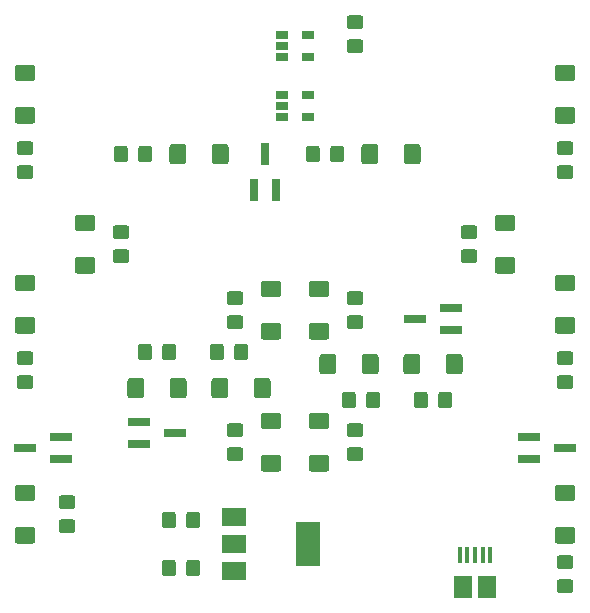
<source format=gbp>
G04 #@! TF.GenerationSoftware,KiCad,Pcbnew,5.1.5+dfsg1-2build2*
G04 #@! TF.CreationDate,2020-06-21T16:19:52-07:00*
G04 #@! TF.ProjectId,sram-cell,7372616d-2d63-4656-9c6c-2e6b69636164,rev?*
G04 #@! TF.SameCoordinates,Original*
G04 #@! TF.FileFunction,Paste,Bot*
G04 #@! TF.FilePolarity,Positive*
%FSLAX46Y46*%
G04 Gerber Fmt 4.6, Leading zero omitted, Abs format (unit mm)*
G04 Created by KiCad (PCBNEW 5.1.5+dfsg1-2build2) date 2020-06-21 16:19:52*
%MOMM*%
%LPD*%
G04 APERTURE LIST*
%ADD10C,0.100000*%
%ADD11R,1.500000X1.900000*%
%ADD12R,0.400000X1.350000*%
%ADD13R,2.000000X1.500000*%
%ADD14R,2.000000X3.800000*%
%ADD15R,1.060000X0.650000*%
%ADD16R,1.900000X0.800000*%
%ADD17R,0.800000X1.900000*%
G04 APERTURE END LIST*
D10*
G36*
X175877935Y-120456372D02*
G01*
X175905601Y-120460476D01*
X175932731Y-120467272D01*
X175959065Y-120476694D01*
X175984348Y-120488652D01*
X176008338Y-120503031D01*
X176030802Y-120519692D01*
X176051525Y-120538475D01*
X176070308Y-120559198D01*
X176086969Y-120581662D01*
X176101348Y-120605652D01*
X176113306Y-120630935D01*
X176122728Y-120657269D01*
X176129524Y-120684399D01*
X176133628Y-120712065D01*
X176135000Y-120740000D01*
X176135000Y-121595000D01*
X176133628Y-121622935D01*
X176129524Y-121650601D01*
X176122728Y-121677731D01*
X176113306Y-121704065D01*
X176101348Y-121729348D01*
X176086969Y-121753338D01*
X176070308Y-121775802D01*
X176051525Y-121796525D01*
X176030802Y-121815308D01*
X176008338Y-121831969D01*
X175984348Y-121846348D01*
X175959065Y-121858306D01*
X175932731Y-121867728D01*
X175905601Y-121874524D01*
X175877935Y-121878628D01*
X175850000Y-121880000D01*
X174670000Y-121880000D01*
X174642065Y-121878628D01*
X174614399Y-121874524D01*
X174587269Y-121867728D01*
X174560935Y-121858306D01*
X174535652Y-121846348D01*
X174511662Y-121831969D01*
X174489198Y-121815308D01*
X174468475Y-121796525D01*
X174449692Y-121775802D01*
X174433031Y-121753338D01*
X174418652Y-121729348D01*
X174406694Y-121704065D01*
X174397272Y-121677731D01*
X174390476Y-121650601D01*
X174386372Y-121622935D01*
X174385000Y-121595000D01*
X174385000Y-120740000D01*
X174386372Y-120712065D01*
X174390476Y-120684399D01*
X174397272Y-120657269D01*
X174406694Y-120630935D01*
X174418652Y-120605652D01*
X174433031Y-120581662D01*
X174449692Y-120559198D01*
X174468475Y-120538475D01*
X174489198Y-120519692D01*
X174511662Y-120503031D01*
X174535652Y-120488652D01*
X174560935Y-120476694D01*
X174587269Y-120467272D01*
X174614399Y-120460476D01*
X174642065Y-120456372D01*
X174670000Y-120455000D01*
X175850000Y-120455000D01*
X175877935Y-120456372D01*
G37*
G36*
X175877935Y-116881372D02*
G01*
X175905601Y-116885476D01*
X175932731Y-116892272D01*
X175959065Y-116901694D01*
X175984348Y-116913652D01*
X176008338Y-116928031D01*
X176030802Y-116944692D01*
X176051525Y-116963475D01*
X176070308Y-116984198D01*
X176086969Y-117006662D01*
X176101348Y-117030652D01*
X176113306Y-117055935D01*
X176122728Y-117082269D01*
X176129524Y-117109399D01*
X176133628Y-117137065D01*
X176135000Y-117165000D01*
X176135000Y-118020000D01*
X176133628Y-118047935D01*
X176129524Y-118075601D01*
X176122728Y-118102731D01*
X176113306Y-118129065D01*
X176101348Y-118154348D01*
X176086969Y-118178338D01*
X176070308Y-118200802D01*
X176051525Y-118221525D01*
X176030802Y-118240308D01*
X176008338Y-118256969D01*
X175984348Y-118271348D01*
X175959065Y-118283306D01*
X175932731Y-118292728D01*
X175905601Y-118299524D01*
X175877935Y-118303628D01*
X175850000Y-118305000D01*
X174670000Y-118305000D01*
X174642065Y-118303628D01*
X174614399Y-118299524D01*
X174587269Y-118292728D01*
X174560935Y-118283306D01*
X174535652Y-118271348D01*
X174511662Y-118256969D01*
X174489198Y-118240308D01*
X174468475Y-118221525D01*
X174449692Y-118200802D01*
X174433031Y-118178338D01*
X174418652Y-118154348D01*
X174406694Y-118129065D01*
X174397272Y-118102731D01*
X174390476Y-118075601D01*
X174386372Y-118047935D01*
X174385000Y-118020000D01*
X174385000Y-117165000D01*
X174386372Y-117137065D01*
X174390476Y-117109399D01*
X174397272Y-117082269D01*
X174406694Y-117055935D01*
X174418652Y-117030652D01*
X174433031Y-117006662D01*
X174449692Y-116984198D01*
X174468475Y-116963475D01*
X174489198Y-116944692D01*
X174511662Y-116928031D01*
X174535652Y-116913652D01*
X174560935Y-116901694D01*
X174587269Y-116892272D01*
X174614399Y-116885476D01*
X174642065Y-116881372D01*
X174670000Y-116880000D01*
X175850000Y-116880000D01*
X175877935Y-116881372D01*
G37*
G36*
X175877935Y-102676372D02*
G01*
X175905601Y-102680476D01*
X175932731Y-102687272D01*
X175959065Y-102696694D01*
X175984348Y-102708652D01*
X176008338Y-102723031D01*
X176030802Y-102739692D01*
X176051525Y-102758475D01*
X176070308Y-102779198D01*
X176086969Y-102801662D01*
X176101348Y-102825652D01*
X176113306Y-102850935D01*
X176122728Y-102877269D01*
X176129524Y-102904399D01*
X176133628Y-102932065D01*
X176135000Y-102960000D01*
X176135000Y-103815000D01*
X176133628Y-103842935D01*
X176129524Y-103870601D01*
X176122728Y-103897731D01*
X176113306Y-103924065D01*
X176101348Y-103949348D01*
X176086969Y-103973338D01*
X176070308Y-103995802D01*
X176051525Y-104016525D01*
X176030802Y-104035308D01*
X176008338Y-104051969D01*
X175984348Y-104066348D01*
X175959065Y-104078306D01*
X175932731Y-104087728D01*
X175905601Y-104094524D01*
X175877935Y-104098628D01*
X175850000Y-104100000D01*
X174670000Y-104100000D01*
X174642065Y-104098628D01*
X174614399Y-104094524D01*
X174587269Y-104087728D01*
X174560935Y-104078306D01*
X174535652Y-104066348D01*
X174511662Y-104051969D01*
X174489198Y-104035308D01*
X174468475Y-104016525D01*
X174449692Y-103995802D01*
X174433031Y-103973338D01*
X174418652Y-103949348D01*
X174406694Y-103924065D01*
X174397272Y-103897731D01*
X174390476Y-103870601D01*
X174386372Y-103842935D01*
X174385000Y-103815000D01*
X174385000Y-102960000D01*
X174386372Y-102932065D01*
X174390476Y-102904399D01*
X174397272Y-102877269D01*
X174406694Y-102850935D01*
X174418652Y-102825652D01*
X174433031Y-102801662D01*
X174449692Y-102779198D01*
X174468475Y-102758475D01*
X174489198Y-102739692D01*
X174511662Y-102723031D01*
X174535652Y-102708652D01*
X174560935Y-102696694D01*
X174587269Y-102687272D01*
X174614399Y-102680476D01*
X174642065Y-102676372D01*
X174670000Y-102675000D01*
X175850000Y-102675000D01*
X175877935Y-102676372D01*
G37*
G36*
X175877935Y-99101372D02*
G01*
X175905601Y-99105476D01*
X175932731Y-99112272D01*
X175959065Y-99121694D01*
X175984348Y-99133652D01*
X176008338Y-99148031D01*
X176030802Y-99164692D01*
X176051525Y-99183475D01*
X176070308Y-99204198D01*
X176086969Y-99226662D01*
X176101348Y-99250652D01*
X176113306Y-99275935D01*
X176122728Y-99302269D01*
X176129524Y-99329399D01*
X176133628Y-99357065D01*
X176135000Y-99385000D01*
X176135000Y-100240000D01*
X176133628Y-100267935D01*
X176129524Y-100295601D01*
X176122728Y-100322731D01*
X176113306Y-100349065D01*
X176101348Y-100374348D01*
X176086969Y-100398338D01*
X176070308Y-100420802D01*
X176051525Y-100441525D01*
X176030802Y-100460308D01*
X176008338Y-100476969D01*
X175984348Y-100491348D01*
X175959065Y-100503306D01*
X175932731Y-100512728D01*
X175905601Y-100519524D01*
X175877935Y-100523628D01*
X175850000Y-100525000D01*
X174670000Y-100525000D01*
X174642065Y-100523628D01*
X174614399Y-100519524D01*
X174587269Y-100512728D01*
X174560935Y-100503306D01*
X174535652Y-100491348D01*
X174511662Y-100476969D01*
X174489198Y-100460308D01*
X174468475Y-100441525D01*
X174449692Y-100420802D01*
X174433031Y-100398338D01*
X174418652Y-100374348D01*
X174406694Y-100349065D01*
X174397272Y-100322731D01*
X174390476Y-100295601D01*
X174386372Y-100267935D01*
X174385000Y-100240000D01*
X174385000Y-99385000D01*
X174386372Y-99357065D01*
X174390476Y-99329399D01*
X174397272Y-99302269D01*
X174406694Y-99275935D01*
X174418652Y-99250652D01*
X174433031Y-99226662D01*
X174449692Y-99204198D01*
X174468475Y-99183475D01*
X174489198Y-99164692D01*
X174511662Y-99148031D01*
X174535652Y-99133652D01*
X174560935Y-99121694D01*
X174587269Y-99112272D01*
X174614399Y-99105476D01*
X174642065Y-99101372D01*
X174670000Y-99100000D01*
X175850000Y-99100000D01*
X175877935Y-99101372D01*
G37*
G36*
X175877935Y-84896372D02*
G01*
X175905601Y-84900476D01*
X175932731Y-84907272D01*
X175959065Y-84916694D01*
X175984348Y-84928652D01*
X176008338Y-84943031D01*
X176030802Y-84959692D01*
X176051525Y-84978475D01*
X176070308Y-84999198D01*
X176086969Y-85021662D01*
X176101348Y-85045652D01*
X176113306Y-85070935D01*
X176122728Y-85097269D01*
X176129524Y-85124399D01*
X176133628Y-85152065D01*
X176135000Y-85180000D01*
X176135000Y-86035000D01*
X176133628Y-86062935D01*
X176129524Y-86090601D01*
X176122728Y-86117731D01*
X176113306Y-86144065D01*
X176101348Y-86169348D01*
X176086969Y-86193338D01*
X176070308Y-86215802D01*
X176051525Y-86236525D01*
X176030802Y-86255308D01*
X176008338Y-86271969D01*
X175984348Y-86286348D01*
X175959065Y-86298306D01*
X175932731Y-86307728D01*
X175905601Y-86314524D01*
X175877935Y-86318628D01*
X175850000Y-86320000D01*
X174670000Y-86320000D01*
X174642065Y-86318628D01*
X174614399Y-86314524D01*
X174587269Y-86307728D01*
X174560935Y-86298306D01*
X174535652Y-86286348D01*
X174511662Y-86271969D01*
X174489198Y-86255308D01*
X174468475Y-86236525D01*
X174449692Y-86215802D01*
X174433031Y-86193338D01*
X174418652Y-86169348D01*
X174406694Y-86144065D01*
X174397272Y-86117731D01*
X174390476Y-86090601D01*
X174386372Y-86062935D01*
X174385000Y-86035000D01*
X174385000Y-85180000D01*
X174386372Y-85152065D01*
X174390476Y-85124399D01*
X174397272Y-85097269D01*
X174406694Y-85070935D01*
X174418652Y-85045652D01*
X174433031Y-85021662D01*
X174449692Y-84999198D01*
X174468475Y-84978475D01*
X174489198Y-84959692D01*
X174511662Y-84943031D01*
X174535652Y-84928652D01*
X174560935Y-84916694D01*
X174587269Y-84907272D01*
X174614399Y-84900476D01*
X174642065Y-84896372D01*
X174670000Y-84895000D01*
X175850000Y-84895000D01*
X175877935Y-84896372D01*
G37*
G36*
X175877935Y-81321372D02*
G01*
X175905601Y-81325476D01*
X175932731Y-81332272D01*
X175959065Y-81341694D01*
X175984348Y-81353652D01*
X176008338Y-81368031D01*
X176030802Y-81384692D01*
X176051525Y-81403475D01*
X176070308Y-81424198D01*
X176086969Y-81446662D01*
X176101348Y-81470652D01*
X176113306Y-81495935D01*
X176122728Y-81522269D01*
X176129524Y-81549399D01*
X176133628Y-81577065D01*
X176135000Y-81605000D01*
X176135000Y-82460000D01*
X176133628Y-82487935D01*
X176129524Y-82515601D01*
X176122728Y-82542731D01*
X176113306Y-82569065D01*
X176101348Y-82594348D01*
X176086969Y-82618338D01*
X176070308Y-82640802D01*
X176051525Y-82661525D01*
X176030802Y-82680308D01*
X176008338Y-82696969D01*
X175984348Y-82711348D01*
X175959065Y-82723306D01*
X175932731Y-82732728D01*
X175905601Y-82739524D01*
X175877935Y-82743628D01*
X175850000Y-82745000D01*
X174670000Y-82745000D01*
X174642065Y-82743628D01*
X174614399Y-82739524D01*
X174587269Y-82732728D01*
X174560935Y-82723306D01*
X174535652Y-82711348D01*
X174511662Y-82696969D01*
X174489198Y-82680308D01*
X174468475Y-82661525D01*
X174449692Y-82640802D01*
X174433031Y-82618338D01*
X174418652Y-82594348D01*
X174406694Y-82569065D01*
X174397272Y-82542731D01*
X174390476Y-82515601D01*
X174386372Y-82487935D01*
X174385000Y-82460000D01*
X174385000Y-81605000D01*
X174386372Y-81577065D01*
X174390476Y-81549399D01*
X174397272Y-81522269D01*
X174406694Y-81495935D01*
X174418652Y-81470652D01*
X174433031Y-81446662D01*
X174449692Y-81424198D01*
X174468475Y-81403475D01*
X174489198Y-81384692D01*
X174511662Y-81368031D01*
X174535652Y-81353652D01*
X174560935Y-81341694D01*
X174587269Y-81332272D01*
X174614399Y-81325476D01*
X174642065Y-81321372D01*
X174670000Y-81320000D01*
X175850000Y-81320000D01*
X175877935Y-81321372D01*
G37*
G36*
X130157935Y-120456372D02*
G01*
X130185601Y-120460476D01*
X130212731Y-120467272D01*
X130239065Y-120476694D01*
X130264348Y-120488652D01*
X130288338Y-120503031D01*
X130310802Y-120519692D01*
X130331525Y-120538475D01*
X130350308Y-120559198D01*
X130366969Y-120581662D01*
X130381348Y-120605652D01*
X130393306Y-120630935D01*
X130402728Y-120657269D01*
X130409524Y-120684399D01*
X130413628Y-120712065D01*
X130415000Y-120740000D01*
X130415000Y-121595000D01*
X130413628Y-121622935D01*
X130409524Y-121650601D01*
X130402728Y-121677731D01*
X130393306Y-121704065D01*
X130381348Y-121729348D01*
X130366969Y-121753338D01*
X130350308Y-121775802D01*
X130331525Y-121796525D01*
X130310802Y-121815308D01*
X130288338Y-121831969D01*
X130264348Y-121846348D01*
X130239065Y-121858306D01*
X130212731Y-121867728D01*
X130185601Y-121874524D01*
X130157935Y-121878628D01*
X130130000Y-121880000D01*
X128950000Y-121880000D01*
X128922065Y-121878628D01*
X128894399Y-121874524D01*
X128867269Y-121867728D01*
X128840935Y-121858306D01*
X128815652Y-121846348D01*
X128791662Y-121831969D01*
X128769198Y-121815308D01*
X128748475Y-121796525D01*
X128729692Y-121775802D01*
X128713031Y-121753338D01*
X128698652Y-121729348D01*
X128686694Y-121704065D01*
X128677272Y-121677731D01*
X128670476Y-121650601D01*
X128666372Y-121622935D01*
X128665000Y-121595000D01*
X128665000Y-120740000D01*
X128666372Y-120712065D01*
X128670476Y-120684399D01*
X128677272Y-120657269D01*
X128686694Y-120630935D01*
X128698652Y-120605652D01*
X128713031Y-120581662D01*
X128729692Y-120559198D01*
X128748475Y-120538475D01*
X128769198Y-120519692D01*
X128791662Y-120503031D01*
X128815652Y-120488652D01*
X128840935Y-120476694D01*
X128867269Y-120467272D01*
X128894399Y-120460476D01*
X128922065Y-120456372D01*
X128950000Y-120455000D01*
X130130000Y-120455000D01*
X130157935Y-120456372D01*
G37*
G36*
X130157935Y-116881372D02*
G01*
X130185601Y-116885476D01*
X130212731Y-116892272D01*
X130239065Y-116901694D01*
X130264348Y-116913652D01*
X130288338Y-116928031D01*
X130310802Y-116944692D01*
X130331525Y-116963475D01*
X130350308Y-116984198D01*
X130366969Y-117006662D01*
X130381348Y-117030652D01*
X130393306Y-117055935D01*
X130402728Y-117082269D01*
X130409524Y-117109399D01*
X130413628Y-117137065D01*
X130415000Y-117165000D01*
X130415000Y-118020000D01*
X130413628Y-118047935D01*
X130409524Y-118075601D01*
X130402728Y-118102731D01*
X130393306Y-118129065D01*
X130381348Y-118154348D01*
X130366969Y-118178338D01*
X130350308Y-118200802D01*
X130331525Y-118221525D01*
X130310802Y-118240308D01*
X130288338Y-118256969D01*
X130264348Y-118271348D01*
X130239065Y-118283306D01*
X130212731Y-118292728D01*
X130185601Y-118299524D01*
X130157935Y-118303628D01*
X130130000Y-118305000D01*
X128950000Y-118305000D01*
X128922065Y-118303628D01*
X128894399Y-118299524D01*
X128867269Y-118292728D01*
X128840935Y-118283306D01*
X128815652Y-118271348D01*
X128791662Y-118256969D01*
X128769198Y-118240308D01*
X128748475Y-118221525D01*
X128729692Y-118200802D01*
X128713031Y-118178338D01*
X128698652Y-118154348D01*
X128686694Y-118129065D01*
X128677272Y-118102731D01*
X128670476Y-118075601D01*
X128666372Y-118047935D01*
X128665000Y-118020000D01*
X128665000Y-117165000D01*
X128666372Y-117137065D01*
X128670476Y-117109399D01*
X128677272Y-117082269D01*
X128686694Y-117055935D01*
X128698652Y-117030652D01*
X128713031Y-117006662D01*
X128729692Y-116984198D01*
X128748475Y-116963475D01*
X128769198Y-116944692D01*
X128791662Y-116928031D01*
X128815652Y-116913652D01*
X128840935Y-116901694D01*
X128867269Y-116892272D01*
X128894399Y-116885476D01*
X128922065Y-116881372D01*
X128950000Y-116880000D01*
X130130000Y-116880000D01*
X130157935Y-116881372D01*
G37*
G36*
X130157935Y-102676372D02*
G01*
X130185601Y-102680476D01*
X130212731Y-102687272D01*
X130239065Y-102696694D01*
X130264348Y-102708652D01*
X130288338Y-102723031D01*
X130310802Y-102739692D01*
X130331525Y-102758475D01*
X130350308Y-102779198D01*
X130366969Y-102801662D01*
X130381348Y-102825652D01*
X130393306Y-102850935D01*
X130402728Y-102877269D01*
X130409524Y-102904399D01*
X130413628Y-102932065D01*
X130415000Y-102960000D01*
X130415000Y-103815000D01*
X130413628Y-103842935D01*
X130409524Y-103870601D01*
X130402728Y-103897731D01*
X130393306Y-103924065D01*
X130381348Y-103949348D01*
X130366969Y-103973338D01*
X130350308Y-103995802D01*
X130331525Y-104016525D01*
X130310802Y-104035308D01*
X130288338Y-104051969D01*
X130264348Y-104066348D01*
X130239065Y-104078306D01*
X130212731Y-104087728D01*
X130185601Y-104094524D01*
X130157935Y-104098628D01*
X130130000Y-104100000D01*
X128950000Y-104100000D01*
X128922065Y-104098628D01*
X128894399Y-104094524D01*
X128867269Y-104087728D01*
X128840935Y-104078306D01*
X128815652Y-104066348D01*
X128791662Y-104051969D01*
X128769198Y-104035308D01*
X128748475Y-104016525D01*
X128729692Y-103995802D01*
X128713031Y-103973338D01*
X128698652Y-103949348D01*
X128686694Y-103924065D01*
X128677272Y-103897731D01*
X128670476Y-103870601D01*
X128666372Y-103842935D01*
X128665000Y-103815000D01*
X128665000Y-102960000D01*
X128666372Y-102932065D01*
X128670476Y-102904399D01*
X128677272Y-102877269D01*
X128686694Y-102850935D01*
X128698652Y-102825652D01*
X128713031Y-102801662D01*
X128729692Y-102779198D01*
X128748475Y-102758475D01*
X128769198Y-102739692D01*
X128791662Y-102723031D01*
X128815652Y-102708652D01*
X128840935Y-102696694D01*
X128867269Y-102687272D01*
X128894399Y-102680476D01*
X128922065Y-102676372D01*
X128950000Y-102675000D01*
X130130000Y-102675000D01*
X130157935Y-102676372D01*
G37*
G36*
X130157935Y-99101372D02*
G01*
X130185601Y-99105476D01*
X130212731Y-99112272D01*
X130239065Y-99121694D01*
X130264348Y-99133652D01*
X130288338Y-99148031D01*
X130310802Y-99164692D01*
X130331525Y-99183475D01*
X130350308Y-99204198D01*
X130366969Y-99226662D01*
X130381348Y-99250652D01*
X130393306Y-99275935D01*
X130402728Y-99302269D01*
X130409524Y-99329399D01*
X130413628Y-99357065D01*
X130415000Y-99385000D01*
X130415000Y-100240000D01*
X130413628Y-100267935D01*
X130409524Y-100295601D01*
X130402728Y-100322731D01*
X130393306Y-100349065D01*
X130381348Y-100374348D01*
X130366969Y-100398338D01*
X130350308Y-100420802D01*
X130331525Y-100441525D01*
X130310802Y-100460308D01*
X130288338Y-100476969D01*
X130264348Y-100491348D01*
X130239065Y-100503306D01*
X130212731Y-100512728D01*
X130185601Y-100519524D01*
X130157935Y-100523628D01*
X130130000Y-100525000D01*
X128950000Y-100525000D01*
X128922065Y-100523628D01*
X128894399Y-100519524D01*
X128867269Y-100512728D01*
X128840935Y-100503306D01*
X128815652Y-100491348D01*
X128791662Y-100476969D01*
X128769198Y-100460308D01*
X128748475Y-100441525D01*
X128729692Y-100420802D01*
X128713031Y-100398338D01*
X128698652Y-100374348D01*
X128686694Y-100349065D01*
X128677272Y-100322731D01*
X128670476Y-100295601D01*
X128666372Y-100267935D01*
X128665000Y-100240000D01*
X128665000Y-99385000D01*
X128666372Y-99357065D01*
X128670476Y-99329399D01*
X128677272Y-99302269D01*
X128686694Y-99275935D01*
X128698652Y-99250652D01*
X128713031Y-99226662D01*
X128729692Y-99204198D01*
X128748475Y-99183475D01*
X128769198Y-99164692D01*
X128791662Y-99148031D01*
X128815652Y-99133652D01*
X128840935Y-99121694D01*
X128867269Y-99112272D01*
X128894399Y-99105476D01*
X128922065Y-99101372D01*
X128950000Y-99100000D01*
X130130000Y-99100000D01*
X130157935Y-99101372D01*
G37*
G36*
X130157935Y-84896372D02*
G01*
X130185601Y-84900476D01*
X130212731Y-84907272D01*
X130239065Y-84916694D01*
X130264348Y-84928652D01*
X130288338Y-84943031D01*
X130310802Y-84959692D01*
X130331525Y-84978475D01*
X130350308Y-84999198D01*
X130366969Y-85021662D01*
X130381348Y-85045652D01*
X130393306Y-85070935D01*
X130402728Y-85097269D01*
X130409524Y-85124399D01*
X130413628Y-85152065D01*
X130415000Y-85180000D01*
X130415000Y-86035000D01*
X130413628Y-86062935D01*
X130409524Y-86090601D01*
X130402728Y-86117731D01*
X130393306Y-86144065D01*
X130381348Y-86169348D01*
X130366969Y-86193338D01*
X130350308Y-86215802D01*
X130331525Y-86236525D01*
X130310802Y-86255308D01*
X130288338Y-86271969D01*
X130264348Y-86286348D01*
X130239065Y-86298306D01*
X130212731Y-86307728D01*
X130185601Y-86314524D01*
X130157935Y-86318628D01*
X130130000Y-86320000D01*
X128950000Y-86320000D01*
X128922065Y-86318628D01*
X128894399Y-86314524D01*
X128867269Y-86307728D01*
X128840935Y-86298306D01*
X128815652Y-86286348D01*
X128791662Y-86271969D01*
X128769198Y-86255308D01*
X128748475Y-86236525D01*
X128729692Y-86215802D01*
X128713031Y-86193338D01*
X128698652Y-86169348D01*
X128686694Y-86144065D01*
X128677272Y-86117731D01*
X128670476Y-86090601D01*
X128666372Y-86062935D01*
X128665000Y-86035000D01*
X128665000Y-85180000D01*
X128666372Y-85152065D01*
X128670476Y-85124399D01*
X128677272Y-85097269D01*
X128686694Y-85070935D01*
X128698652Y-85045652D01*
X128713031Y-85021662D01*
X128729692Y-84999198D01*
X128748475Y-84978475D01*
X128769198Y-84959692D01*
X128791662Y-84943031D01*
X128815652Y-84928652D01*
X128840935Y-84916694D01*
X128867269Y-84907272D01*
X128894399Y-84900476D01*
X128922065Y-84896372D01*
X128950000Y-84895000D01*
X130130000Y-84895000D01*
X130157935Y-84896372D01*
G37*
G36*
X130157935Y-81321372D02*
G01*
X130185601Y-81325476D01*
X130212731Y-81332272D01*
X130239065Y-81341694D01*
X130264348Y-81353652D01*
X130288338Y-81368031D01*
X130310802Y-81384692D01*
X130331525Y-81403475D01*
X130350308Y-81424198D01*
X130366969Y-81446662D01*
X130381348Y-81470652D01*
X130393306Y-81495935D01*
X130402728Y-81522269D01*
X130409524Y-81549399D01*
X130413628Y-81577065D01*
X130415000Y-81605000D01*
X130415000Y-82460000D01*
X130413628Y-82487935D01*
X130409524Y-82515601D01*
X130402728Y-82542731D01*
X130393306Y-82569065D01*
X130381348Y-82594348D01*
X130366969Y-82618338D01*
X130350308Y-82640802D01*
X130331525Y-82661525D01*
X130310802Y-82680308D01*
X130288338Y-82696969D01*
X130264348Y-82711348D01*
X130239065Y-82723306D01*
X130212731Y-82732728D01*
X130185601Y-82739524D01*
X130157935Y-82743628D01*
X130130000Y-82745000D01*
X128950000Y-82745000D01*
X128922065Y-82743628D01*
X128894399Y-82739524D01*
X128867269Y-82732728D01*
X128840935Y-82723306D01*
X128815652Y-82711348D01*
X128791662Y-82696969D01*
X128769198Y-82680308D01*
X128748475Y-82661525D01*
X128729692Y-82640802D01*
X128713031Y-82618338D01*
X128698652Y-82594348D01*
X128686694Y-82569065D01*
X128677272Y-82542731D01*
X128670476Y-82515601D01*
X128666372Y-82487935D01*
X128665000Y-82460000D01*
X128665000Y-81605000D01*
X128666372Y-81577065D01*
X128670476Y-81549399D01*
X128677272Y-81522269D01*
X128686694Y-81495935D01*
X128698652Y-81470652D01*
X128713031Y-81446662D01*
X128729692Y-81424198D01*
X128748475Y-81403475D01*
X128769198Y-81384692D01*
X128791662Y-81368031D01*
X128815652Y-81353652D01*
X128840935Y-81341694D01*
X128867269Y-81332272D01*
X128894399Y-81325476D01*
X128922065Y-81321372D01*
X128950000Y-81320000D01*
X130130000Y-81320000D01*
X130157935Y-81321372D01*
G37*
G36*
X150985935Y-114360372D02*
G01*
X151013601Y-114364476D01*
X151040731Y-114371272D01*
X151067065Y-114380694D01*
X151092348Y-114392652D01*
X151116338Y-114407031D01*
X151138802Y-114423692D01*
X151159525Y-114442475D01*
X151178308Y-114463198D01*
X151194969Y-114485662D01*
X151209348Y-114509652D01*
X151221306Y-114534935D01*
X151230728Y-114561269D01*
X151237524Y-114588399D01*
X151241628Y-114616065D01*
X151243000Y-114644000D01*
X151243000Y-115499000D01*
X151241628Y-115526935D01*
X151237524Y-115554601D01*
X151230728Y-115581731D01*
X151221306Y-115608065D01*
X151209348Y-115633348D01*
X151194969Y-115657338D01*
X151178308Y-115679802D01*
X151159525Y-115700525D01*
X151138802Y-115719308D01*
X151116338Y-115735969D01*
X151092348Y-115750348D01*
X151067065Y-115762306D01*
X151040731Y-115771728D01*
X151013601Y-115778524D01*
X150985935Y-115782628D01*
X150958000Y-115784000D01*
X149778000Y-115784000D01*
X149750065Y-115782628D01*
X149722399Y-115778524D01*
X149695269Y-115771728D01*
X149668935Y-115762306D01*
X149643652Y-115750348D01*
X149619662Y-115735969D01*
X149597198Y-115719308D01*
X149576475Y-115700525D01*
X149557692Y-115679802D01*
X149541031Y-115657338D01*
X149526652Y-115633348D01*
X149514694Y-115608065D01*
X149505272Y-115581731D01*
X149498476Y-115554601D01*
X149494372Y-115526935D01*
X149493000Y-115499000D01*
X149493000Y-114644000D01*
X149494372Y-114616065D01*
X149498476Y-114588399D01*
X149505272Y-114561269D01*
X149514694Y-114534935D01*
X149526652Y-114509652D01*
X149541031Y-114485662D01*
X149557692Y-114463198D01*
X149576475Y-114442475D01*
X149597198Y-114423692D01*
X149619662Y-114407031D01*
X149643652Y-114392652D01*
X149668935Y-114380694D01*
X149695269Y-114371272D01*
X149722399Y-114364476D01*
X149750065Y-114360372D01*
X149778000Y-114359000D01*
X150958000Y-114359000D01*
X150985935Y-114360372D01*
G37*
G36*
X150985935Y-110785372D02*
G01*
X151013601Y-110789476D01*
X151040731Y-110796272D01*
X151067065Y-110805694D01*
X151092348Y-110817652D01*
X151116338Y-110832031D01*
X151138802Y-110848692D01*
X151159525Y-110867475D01*
X151178308Y-110888198D01*
X151194969Y-110910662D01*
X151209348Y-110934652D01*
X151221306Y-110959935D01*
X151230728Y-110986269D01*
X151237524Y-111013399D01*
X151241628Y-111041065D01*
X151243000Y-111069000D01*
X151243000Y-111924000D01*
X151241628Y-111951935D01*
X151237524Y-111979601D01*
X151230728Y-112006731D01*
X151221306Y-112033065D01*
X151209348Y-112058348D01*
X151194969Y-112082338D01*
X151178308Y-112104802D01*
X151159525Y-112125525D01*
X151138802Y-112144308D01*
X151116338Y-112160969D01*
X151092348Y-112175348D01*
X151067065Y-112187306D01*
X151040731Y-112196728D01*
X151013601Y-112203524D01*
X150985935Y-112207628D01*
X150958000Y-112209000D01*
X149778000Y-112209000D01*
X149750065Y-112207628D01*
X149722399Y-112203524D01*
X149695269Y-112196728D01*
X149668935Y-112187306D01*
X149643652Y-112175348D01*
X149619662Y-112160969D01*
X149597198Y-112144308D01*
X149576475Y-112125525D01*
X149557692Y-112104802D01*
X149541031Y-112082338D01*
X149526652Y-112058348D01*
X149514694Y-112033065D01*
X149505272Y-112006731D01*
X149498476Y-111979601D01*
X149494372Y-111951935D01*
X149493000Y-111924000D01*
X149493000Y-111069000D01*
X149494372Y-111041065D01*
X149498476Y-111013399D01*
X149505272Y-110986269D01*
X149514694Y-110959935D01*
X149526652Y-110934652D01*
X149541031Y-110910662D01*
X149557692Y-110888198D01*
X149576475Y-110867475D01*
X149597198Y-110848692D01*
X149619662Y-110832031D01*
X149643652Y-110817652D01*
X149668935Y-110805694D01*
X149695269Y-110796272D01*
X149722399Y-110789476D01*
X149750065Y-110785372D01*
X149778000Y-110784000D01*
X150958000Y-110784000D01*
X150985935Y-110785372D01*
G37*
G36*
X150985935Y-103184372D02*
G01*
X151013601Y-103188476D01*
X151040731Y-103195272D01*
X151067065Y-103204694D01*
X151092348Y-103216652D01*
X151116338Y-103231031D01*
X151138802Y-103247692D01*
X151159525Y-103266475D01*
X151178308Y-103287198D01*
X151194969Y-103309662D01*
X151209348Y-103333652D01*
X151221306Y-103358935D01*
X151230728Y-103385269D01*
X151237524Y-103412399D01*
X151241628Y-103440065D01*
X151243000Y-103468000D01*
X151243000Y-104323000D01*
X151241628Y-104350935D01*
X151237524Y-104378601D01*
X151230728Y-104405731D01*
X151221306Y-104432065D01*
X151209348Y-104457348D01*
X151194969Y-104481338D01*
X151178308Y-104503802D01*
X151159525Y-104524525D01*
X151138802Y-104543308D01*
X151116338Y-104559969D01*
X151092348Y-104574348D01*
X151067065Y-104586306D01*
X151040731Y-104595728D01*
X151013601Y-104602524D01*
X150985935Y-104606628D01*
X150958000Y-104608000D01*
X149778000Y-104608000D01*
X149750065Y-104606628D01*
X149722399Y-104602524D01*
X149695269Y-104595728D01*
X149668935Y-104586306D01*
X149643652Y-104574348D01*
X149619662Y-104559969D01*
X149597198Y-104543308D01*
X149576475Y-104524525D01*
X149557692Y-104503802D01*
X149541031Y-104481338D01*
X149526652Y-104457348D01*
X149514694Y-104432065D01*
X149505272Y-104405731D01*
X149498476Y-104378601D01*
X149494372Y-104350935D01*
X149493000Y-104323000D01*
X149493000Y-103468000D01*
X149494372Y-103440065D01*
X149498476Y-103412399D01*
X149505272Y-103385269D01*
X149514694Y-103358935D01*
X149526652Y-103333652D01*
X149541031Y-103309662D01*
X149557692Y-103287198D01*
X149576475Y-103266475D01*
X149597198Y-103247692D01*
X149619662Y-103231031D01*
X149643652Y-103216652D01*
X149668935Y-103204694D01*
X149695269Y-103195272D01*
X149722399Y-103188476D01*
X149750065Y-103184372D01*
X149778000Y-103183000D01*
X150958000Y-103183000D01*
X150985935Y-103184372D01*
G37*
G36*
X150985935Y-99609372D02*
G01*
X151013601Y-99613476D01*
X151040731Y-99620272D01*
X151067065Y-99629694D01*
X151092348Y-99641652D01*
X151116338Y-99656031D01*
X151138802Y-99672692D01*
X151159525Y-99691475D01*
X151178308Y-99712198D01*
X151194969Y-99734662D01*
X151209348Y-99758652D01*
X151221306Y-99783935D01*
X151230728Y-99810269D01*
X151237524Y-99837399D01*
X151241628Y-99865065D01*
X151243000Y-99893000D01*
X151243000Y-100748000D01*
X151241628Y-100775935D01*
X151237524Y-100803601D01*
X151230728Y-100830731D01*
X151221306Y-100857065D01*
X151209348Y-100882348D01*
X151194969Y-100906338D01*
X151178308Y-100928802D01*
X151159525Y-100949525D01*
X151138802Y-100968308D01*
X151116338Y-100984969D01*
X151092348Y-100999348D01*
X151067065Y-101011306D01*
X151040731Y-101020728D01*
X151013601Y-101027524D01*
X150985935Y-101031628D01*
X150958000Y-101033000D01*
X149778000Y-101033000D01*
X149750065Y-101031628D01*
X149722399Y-101027524D01*
X149695269Y-101020728D01*
X149668935Y-101011306D01*
X149643652Y-100999348D01*
X149619662Y-100984969D01*
X149597198Y-100968308D01*
X149576475Y-100949525D01*
X149557692Y-100928802D01*
X149541031Y-100906338D01*
X149526652Y-100882348D01*
X149514694Y-100857065D01*
X149505272Y-100830731D01*
X149498476Y-100803601D01*
X149494372Y-100775935D01*
X149493000Y-100748000D01*
X149493000Y-99893000D01*
X149494372Y-99865065D01*
X149498476Y-99837399D01*
X149505272Y-99810269D01*
X149514694Y-99783935D01*
X149526652Y-99758652D01*
X149541031Y-99734662D01*
X149557692Y-99712198D01*
X149576475Y-99691475D01*
X149597198Y-99672692D01*
X149619662Y-99656031D01*
X149643652Y-99641652D01*
X149668935Y-99629694D01*
X149695269Y-99620272D01*
X149722399Y-99613476D01*
X149750065Y-99609372D01*
X149778000Y-99608000D01*
X150958000Y-99608000D01*
X150985935Y-99609372D01*
G37*
G36*
X155639935Y-105806372D02*
G01*
X155667601Y-105810476D01*
X155694731Y-105817272D01*
X155721065Y-105826694D01*
X155746348Y-105838652D01*
X155770338Y-105853031D01*
X155792802Y-105869692D01*
X155813525Y-105888475D01*
X155832308Y-105909198D01*
X155848969Y-105931662D01*
X155863348Y-105955652D01*
X155875306Y-105980935D01*
X155884728Y-106007269D01*
X155891524Y-106034399D01*
X155895628Y-106062065D01*
X155897000Y-106090000D01*
X155897000Y-107270000D01*
X155895628Y-107297935D01*
X155891524Y-107325601D01*
X155884728Y-107352731D01*
X155875306Y-107379065D01*
X155863348Y-107404348D01*
X155848969Y-107428338D01*
X155832308Y-107450802D01*
X155813525Y-107471525D01*
X155792802Y-107490308D01*
X155770338Y-107506969D01*
X155746348Y-107521348D01*
X155721065Y-107533306D01*
X155694731Y-107542728D01*
X155667601Y-107549524D01*
X155639935Y-107553628D01*
X155612000Y-107555000D01*
X154757000Y-107555000D01*
X154729065Y-107553628D01*
X154701399Y-107549524D01*
X154674269Y-107542728D01*
X154647935Y-107533306D01*
X154622652Y-107521348D01*
X154598662Y-107506969D01*
X154576198Y-107490308D01*
X154555475Y-107471525D01*
X154536692Y-107450802D01*
X154520031Y-107428338D01*
X154505652Y-107404348D01*
X154493694Y-107379065D01*
X154484272Y-107352731D01*
X154477476Y-107325601D01*
X154473372Y-107297935D01*
X154472000Y-107270000D01*
X154472000Y-106090000D01*
X154473372Y-106062065D01*
X154477476Y-106034399D01*
X154484272Y-106007269D01*
X154493694Y-105980935D01*
X154505652Y-105955652D01*
X154520031Y-105931662D01*
X154536692Y-105909198D01*
X154555475Y-105888475D01*
X154576198Y-105869692D01*
X154598662Y-105853031D01*
X154622652Y-105838652D01*
X154647935Y-105826694D01*
X154674269Y-105817272D01*
X154701399Y-105810476D01*
X154729065Y-105806372D01*
X154757000Y-105805000D01*
X155612000Y-105805000D01*
X155639935Y-105806372D01*
G37*
G36*
X159214935Y-105806372D02*
G01*
X159242601Y-105810476D01*
X159269731Y-105817272D01*
X159296065Y-105826694D01*
X159321348Y-105838652D01*
X159345338Y-105853031D01*
X159367802Y-105869692D01*
X159388525Y-105888475D01*
X159407308Y-105909198D01*
X159423969Y-105931662D01*
X159438348Y-105955652D01*
X159450306Y-105980935D01*
X159459728Y-106007269D01*
X159466524Y-106034399D01*
X159470628Y-106062065D01*
X159472000Y-106090000D01*
X159472000Y-107270000D01*
X159470628Y-107297935D01*
X159466524Y-107325601D01*
X159459728Y-107352731D01*
X159450306Y-107379065D01*
X159438348Y-107404348D01*
X159423969Y-107428338D01*
X159407308Y-107450802D01*
X159388525Y-107471525D01*
X159367802Y-107490308D01*
X159345338Y-107506969D01*
X159321348Y-107521348D01*
X159296065Y-107533306D01*
X159269731Y-107542728D01*
X159242601Y-107549524D01*
X159214935Y-107553628D01*
X159187000Y-107555000D01*
X158332000Y-107555000D01*
X158304065Y-107553628D01*
X158276399Y-107549524D01*
X158249269Y-107542728D01*
X158222935Y-107533306D01*
X158197652Y-107521348D01*
X158173662Y-107506969D01*
X158151198Y-107490308D01*
X158130475Y-107471525D01*
X158111692Y-107450802D01*
X158095031Y-107428338D01*
X158080652Y-107404348D01*
X158068694Y-107379065D01*
X158059272Y-107352731D01*
X158052476Y-107325601D01*
X158048372Y-107297935D01*
X158047000Y-107270000D01*
X158047000Y-106090000D01*
X158048372Y-106062065D01*
X158052476Y-106034399D01*
X158059272Y-106007269D01*
X158068694Y-105980935D01*
X158080652Y-105955652D01*
X158095031Y-105931662D01*
X158111692Y-105909198D01*
X158130475Y-105888475D01*
X158151198Y-105869692D01*
X158173662Y-105853031D01*
X158197652Y-105838652D01*
X158222935Y-105826694D01*
X158249269Y-105817272D01*
X158276399Y-105810476D01*
X158304065Y-105806372D01*
X158332000Y-105805000D01*
X159187000Y-105805000D01*
X159214935Y-105806372D01*
G37*
G36*
X162751935Y-105806372D02*
G01*
X162779601Y-105810476D01*
X162806731Y-105817272D01*
X162833065Y-105826694D01*
X162858348Y-105838652D01*
X162882338Y-105853031D01*
X162904802Y-105869692D01*
X162925525Y-105888475D01*
X162944308Y-105909198D01*
X162960969Y-105931662D01*
X162975348Y-105955652D01*
X162987306Y-105980935D01*
X162996728Y-106007269D01*
X163003524Y-106034399D01*
X163007628Y-106062065D01*
X163009000Y-106090000D01*
X163009000Y-107270000D01*
X163007628Y-107297935D01*
X163003524Y-107325601D01*
X162996728Y-107352731D01*
X162987306Y-107379065D01*
X162975348Y-107404348D01*
X162960969Y-107428338D01*
X162944308Y-107450802D01*
X162925525Y-107471525D01*
X162904802Y-107490308D01*
X162882338Y-107506969D01*
X162858348Y-107521348D01*
X162833065Y-107533306D01*
X162806731Y-107542728D01*
X162779601Y-107549524D01*
X162751935Y-107553628D01*
X162724000Y-107555000D01*
X161869000Y-107555000D01*
X161841065Y-107553628D01*
X161813399Y-107549524D01*
X161786269Y-107542728D01*
X161759935Y-107533306D01*
X161734652Y-107521348D01*
X161710662Y-107506969D01*
X161688198Y-107490308D01*
X161667475Y-107471525D01*
X161648692Y-107450802D01*
X161632031Y-107428338D01*
X161617652Y-107404348D01*
X161605694Y-107379065D01*
X161596272Y-107352731D01*
X161589476Y-107325601D01*
X161585372Y-107297935D01*
X161584000Y-107270000D01*
X161584000Y-106090000D01*
X161585372Y-106062065D01*
X161589476Y-106034399D01*
X161596272Y-106007269D01*
X161605694Y-105980935D01*
X161617652Y-105955652D01*
X161632031Y-105931662D01*
X161648692Y-105909198D01*
X161667475Y-105888475D01*
X161688198Y-105869692D01*
X161710662Y-105853031D01*
X161734652Y-105838652D01*
X161759935Y-105826694D01*
X161786269Y-105817272D01*
X161813399Y-105810476D01*
X161841065Y-105806372D01*
X161869000Y-105805000D01*
X162724000Y-105805000D01*
X162751935Y-105806372D01*
G37*
G36*
X166326935Y-105806372D02*
G01*
X166354601Y-105810476D01*
X166381731Y-105817272D01*
X166408065Y-105826694D01*
X166433348Y-105838652D01*
X166457338Y-105853031D01*
X166479802Y-105869692D01*
X166500525Y-105888475D01*
X166519308Y-105909198D01*
X166535969Y-105931662D01*
X166550348Y-105955652D01*
X166562306Y-105980935D01*
X166571728Y-106007269D01*
X166578524Y-106034399D01*
X166582628Y-106062065D01*
X166584000Y-106090000D01*
X166584000Y-107270000D01*
X166582628Y-107297935D01*
X166578524Y-107325601D01*
X166571728Y-107352731D01*
X166562306Y-107379065D01*
X166550348Y-107404348D01*
X166535969Y-107428338D01*
X166519308Y-107450802D01*
X166500525Y-107471525D01*
X166479802Y-107490308D01*
X166457338Y-107506969D01*
X166433348Y-107521348D01*
X166408065Y-107533306D01*
X166381731Y-107542728D01*
X166354601Y-107549524D01*
X166326935Y-107553628D01*
X166299000Y-107555000D01*
X165444000Y-107555000D01*
X165416065Y-107553628D01*
X165388399Y-107549524D01*
X165361269Y-107542728D01*
X165334935Y-107533306D01*
X165309652Y-107521348D01*
X165285662Y-107506969D01*
X165263198Y-107490308D01*
X165242475Y-107471525D01*
X165223692Y-107450802D01*
X165207031Y-107428338D01*
X165192652Y-107404348D01*
X165180694Y-107379065D01*
X165171272Y-107352731D01*
X165164476Y-107325601D01*
X165160372Y-107297935D01*
X165159000Y-107270000D01*
X165159000Y-106090000D01*
X165160372Y-106062065D01*
X165164476Y-106034399D01*
X165171272Y-106007269D01*
X165180694Y-105980935D01*
X165192652Y-105955652D01*
X165207031Y-105931662D01*
X165223692Y-105909198D01*
X165242475Y-105888475D01*
X165263198Y-105869692D01*
X165285662Y-105853031D01*
X165309652Y-105838652D01*
X165334935Y-105826694D01*
X165361269Y-105817272D01*
X165388399Y-105810476D01*
X165416065Y-105806372D01*
X165444000Y-105805000D01*
X166299000Y-105805000D01*
X166326935Y-105806372D01*
G37*
G36*
X139383935Y-107838372D02*
G01*
X139411601Y-107842476D01*
X139438731Y-107849272D01*
X139465065Y-107858694D01*
X139490348Y-107870652D01*
X139514338Y-107885031D01*
X139536802Y-107901692D01*
X139557525Y-107920475D01*
X139576308Y-107941198D01*
X139592969Y-107963662D01*
X139607348Y-107987652D01*
X139619306Y-108012935D01*
X139628728Y-108039269D01*
X139635524Y-108066399D01*
X139639628Y-108094065D01*
X139641000Y-108122000D01*
X139641000Y-109302000D01*
X139639628Y-109329935D01*
X139635524Y-109357601D01*
X139628728Y-109384731D01*
X139619306Y-109411065D01*
X139607348Y-109436348D01*
X139592969Y-109460338D01*
X139576308Y-109482802D01*
X139557525Y-109503525D01*
X139536802Y-109522308D01*
X139514338Y-109538969D01*
X139490348Y-109553348D01*
X139465065Y-109565306D01*
X139438731Y-109574728D01*
X139411601Y-109581524D01*
X139383935Y-109585628D01*
X139356000Y-109587000D01*
X138501000Y-109587000D01*
X138473065Y-109585628D01*
X138445399Y-109581524D01*
X138418269Y-109574728D01*
X138391935Y-109565306D01*
X138366652Y-109553348D01*
X138342662Y-109538969D01*
X138320198Y-109522308D01*
X138299475Y-109503525D01*
X138280692Y-109482802D01*
X138264031Y-109460338D01*
X138249652Y-109436348D01*
X138237694Y-109411065D01*
X138228272Y-109384731D01*
X138221476Y-109357601D01*
X138217372Y-109329935D01*
X138216000Y-109302000D01*
X138216000Y-108122000D01*
X138217372Y-108094065D01*
X138221476Y-108066399D01*
X138228272Y-108039269D01*
X138237694Y-108012935D01*
X138249652Y-107987652D01*
X138264031Y-107963662D01*
X138280692Y-107941198D01*
X138299475Y-107920475D01*
X138320198Y-107901692D01*
X138342662Y-107885031D01*
X138366652Y-107870652D01*
X138391935Y-107858694D01*
X138418269Y-107849272D01*
X138445399Y-107842476D01*
X138473065Y-107838372D01*
X138501000Y-107837000D01*
X139356000Y-107837000D01*
X139383935Y-107838372D01*
G37*
G36*
X142958935Y-107838372D02*
G01*
X142986601Y-107842476D01*
X143013731Y-107849272D01*
X143040065Y-107858694D01*
X143065348Y-107870652D01*
X143089338Y-107885031D01*
X143111802Y-107901692D01*
X143132525Y-107920475D01*
X143151308Y-107941198D01*
X143167969Y-107963662D01*
X143182348Y-107987652D01*
X143194306Y-108012935D01*
X143203728Y-108039269D01*
X143210524Y-108066399D01*
X143214628Y-108094065D01*
X143216000Y-108122000D01*
X143216000Y-109302000D01*
X143214628Y-109329935D01*
X143210524Y-109357601D01*
X143203728Y-109384731D01*
X143194306Y-109411065D01*
X143182348Y-109436348D01*
X143167969Y-109460338D01*
X143151308Y-109482802D01*
X143132525Y-109503525D01*
X143111802Y-109522308D01*
X143089338Y-109538969D01*
X143065348Y-109553348D01*
X143040065Y-109565306D01*
X143013731Y-109574728D01*
X142986601Y-109581524D01*
X142958935Y-109585628D01*
X142931000Y-109587000D01*
X142076000Y-109587000D01*
X142048065Y-109585628D01*
X142020399Y-109581524D01*
X141993269Y-109574728D01*
X141966935Y-109565306D01*
X141941652Y-109553348D01*
X141917662Y-109538969D01*
X141895198Y-109522308D01*
X141874475Y-109503525D01*
X141855692Y-109482802D01*
X141839031Y-109460338D01*
X141824652Y-109436348D01*
X141812694Y-109411065D01*
X141803272Y-109384731D01*
X141796476Y-109357601D01*
X141792372Y-109329935D01*
X141791000Y-109302000D01*
X141791000Y-108122000D01*
X141792372Y-108094065D01*
X141796476Y-108066399D01*
X141803272Y-108039269D01*
X141812694Y-108012935D01*
X141824652Y-107987652D01*
X141839031Y-107963662D01*
X141855692Y-107941198D01*
X141874475Y-107920475D01*
X141895198Y-107901692D01*
X141917662Y-107885031D01*
X141941652Y-107870652D01*
X141966935Y-107858694D01*
X141993269Y-107849272D01*
X142020399Y-107842476D01*
X142048065Y-107838372D01*
X142076000Y-107837000D01*
X142931000Y-107837000D01*
X142958935Y-107838372D01*
G37*
G36*
X146495935Y-107838372D02*
G01*
X146523601Y-107842476D01*
X146550731Y-107849272D01*
X146577065Y-107858694D01*
X146602348Y-107870652D01*
X146626338Y-107885031D01*
X146648802Y-107901692D01*
X146669525Y-107920475D01*
X146688308Y-107941198D01*
X146704969Y-107963662D01*
X146719348Y-107987652D01*
X146731306Y-108012935D01*
X146740728Y-108039269D01*
X146747524Y-108066399D01*
X146751628Y-108094065D01*
X146753000Y-108122000D01*
X146753000Y-109302000D01*
X146751628Y-109329935D01*
X146747524Y-109357601D01*
X146740728Y-109384731D01*
X146731306Y-109411065D01*
X146719348Y-109436348D01*
X146704969Y-109460338D01*
X146688308Y-109482802D01*
X146669525Y-109503525D01*
X146648802Y-109522308D01*
X146626338Y-109538969D01*
X146602348Y-109553348D01*
X146577065Y-109565306D01*
X146550731Y-109574728D01*
X146523601Y-109581524D01*
X146495935Y-109585628D01*
X146468000Y-109587000D01*
X145613000Y-109587000D01*
X145585065Y-109585628D01*
X145557399Y-109581524D01*
X145530269Y-109574728D01*
X145503935Y-109565306D01*
X145478652Y-109553348D01*
X145454662Y-109538969D01*
X145432198Y-109522308D01*
X145411475Y-109503525D01*
X145392692Y-109482802D01*
X145376031Y-109460338D01*
X145361652Y-109436348D01*
X145349694Y-109411065D01*
X145340272Y-109384731D01*
X145333476Y-109357601D01*
X145329372Y-109329935D01*
X145328000Y-109302000D01*
X145328000Y-108122000D01*
X145329372Y-108094065D01*
X145333476Y-108066399D01*
X145340272Y-108039269D01*
X145349694Y-108012935D01*
X145361652Y-107987652D01*
X145376031Y-107963662D01*
X145392692Y-107941198D01*
X145411475Y-107920475D01*
X145432198Y-107901692D01*
X145454662Y-107885031D01*
X145478652Y-107870652D01*
X145503935Y-107858694D01*
X145530269Y-107849272D01*
X145557399Y-107842476D01*
X145585065Y-107838372D01*
X145613000Y-107837000D01*
X146468000Y-107837000D01*
X146495935Y-107838372D01*
G37*
G36*
X150070935Y-107838372D02*
G01*
X150098601Y-107842476D01*
X150125731Y-107849272D01*
X150152065Y-107858694D01*
X150177348Y-107870652D01*
X150201338Y-107885031D01*
X150223802Y-107901692D01*
X150244525Y-107920475D01*
X150263308Y-107941198D01*
X150279969Y-107963662D01*
X150294348Y-107987652D01*
X150306306Y-108012935D01*
X150315728Y-108039269D01*
X150322524Y-108066399D01*
X150326628Y-108094065D01*
X150328000Y-108122000D01*
X150328000Y-109302000D01*
X150326628Y-109329935D01*
X150322524Y-109357601D01*
X150315728Y-109384731D01*
X150306306Y-109411065D01*
X150294348Y-109436348D01*
X150279969Y-109460338D01*
X150263308Y-109482802D01*
X150244525Y-109503525D01*
X150223802Y-109522308D01*
X150201338Y-109538969D01*
X150177348Y-109553348D01*
X150152065Y-109565306D01*
X150125731Y-109574728D01*
X150098601Y-109581524D01*
X150070935Y-109585628D01*
X150043000Y-109587000D01*
X149188000Y-109587000D01*
X149160065Y-109585628D01*
X149132399Y-109581524D01*
X149105269Y-109574728D01*
X149078935Y-109565306D01*
X149053652Y-109553348D01*
X149029662Y-109538969D01*
X149007198Y-109522308D01*
X148986475Y-109503525D01*
X148967692Y-109482802D01*
X148951031Y-109460338D01*
X148936652Y-109436348D01*
X148924694Y-109411065D01*
X148915272Y-109384731D01*
X148908476Y-109357601D01*
X148904372Y-109329935D01*
X148903000Y-109302000D01*
X148903000Y-108122000D01*
X148904372Y-108094065D01*
X148908476Y-108066399D01*
X148915272Y-108039269D01*
X148924694Y-108012935D01*
X148936652Y-107987652D01*
X148951031Y-107963662D01*
X148967692Y-107941198D01*
X148986475Y-107920475D01*
X149007198Y-107901692D01*
X149029662Y-107885031D01*
X149053652Y-107870652D01*
X149078935Y-107858694D01*
X149105269Y-107849272D01*
X149132399Y-107842476D01*
X149160065Y-107838372D01*
X149188000Y-107837000D01*
X150043000Y-107837000D01*
X150070935Y-107838372D01*
G37*
G36*
X155049935Y-114360372D02*
G01*
X155077601Y-114364476D01*
X155104731Y-114371272D01*
X155131065Y-114380694D01*
X155156348Y-114392652D01*
X155180338Y-114407031D01*
X155202802Y-114423692D01*
X155223525Y-114442475D01*
X155242308Y-114463198D01*
X155258969Y-114485662D01*
X155273348Y-114509652D01*
X155285306Y-114534935D01*
X155294728Y-114561269D01*
X155301524Y-114588399D01*
X155305628Y-114616065D01*
X155307000Y-114644000D01*
X155307000Y-115499000D01*
X155305628Y-115526935D01*
X155301524Y-115554601D01*
X155294728Y-115581731D01*
X155285306Y-115608065D01*
X155273348Y-115633348D01*
X155258969Y-115657338D01*
X155242308Y-115679802D01*
X155223525Y-115700525D01*
X155202802Y-115719308D01*
X155180338Y-115735969D01*
X155156348Y-115750348D01*
X155131065Y-115762306D01*
X155104731Y-115771728D01*
X155077601Y-115778524D01*
X155049935Y-115782628D01*
X155022000Y-115784000D01*
X153842000Y-115784000D01*
X153814065Y-115782628D01*
X153786399Y-115778524D01*
X153759269Y-115771728D01*
X153732935Y-115762306D01*
X153707652Y-115750348D01*
X153683662Y-115735969D01*
X153661198Y-115719308D01*
X153640475Y-115700525D01*
X153621692Y-115679802D01*
X153605031Y-115657338D01*
X153590652Y-115633348D01*
X153578694Y-115608065D01*
X153569272Y-115581731D01*
X153562476Y-115554601D01*
X153558372Y-115526935D01*
X153557000Y-115499000D01*
X153557000Y-114644000D01*
X153558372Y-114616065D01*
X153562476Y-114588399D01*
X153569272Y-114561269D01*
X153578694Y-114534935D01*
X153590652Y-114509652D01*
X153605031Y-114485662D01*
X153621692Y-114463198D01*
X153640475Y-114442475D01*
X153661198Y-114423692D01*
X153683662Y-114407031D01*
X153707652Y-114392652D01*
X153732935Y-114380694D01*
X153759269Y-114371272D01*
X153786399Y-114364476D01*
X153814065Y-114360372D01*
X153842000Y-114359000D01*
X155022000Y-114359000D01*
X155049935Y-114360372D01*
G37*
G36*
X155049935Y-110785372D02*
G01*
X155077601Y-110789476D01*
X155104731Y-110796272D01*
X155131065Y-110805694D01*
X155156348Y-110817652D01*
X155180338Y-110832031D01*
X155202802Y-110848692D01*
X155223525Y-110867475D01*
X155242308Y-110888198D01*
X155258969Y-110910662D01*
X155273348Y-110934652D01*
X155285306Y-110959935D01*
X155294728Y-110986269D01*
X155301524Y-111013399D01*
X155305628Y-111041065D01*
X155307000Y-111069000D01*
X155307000Y-111924000D01*
X155305628Y-111951935D01*
X155301524Y-111979601D01*
X155294728Y-112006731D01*
X155285306Y-112033065D01*
X155273348Y-112058348D01*
X155258969Y-112082338D01*
X155242308Y-112104802D01*
X155223525Y-112125525D01*
X155202802Y-112144308D01*
X155180338Y-112160969D01*
X155156348Y-112175348D01*
X155131065Y-112187306D01*
X155104731Y-112196728D01*
X155077601Y-112203524D01*
X155049935Y-112207628D01*
X155022000Y-112209000D01*
X153842000Y-112209000D01*
X153814065Y-112207628D01*
X153786399Y-112203524D01*
X153759269Y-112196728D01*
X153732935Y-112187306D01*
X153707652Y-112175348D01*
X153683662Y-112160969D01*
X153661198Y-112144308D01*
X153640475Y-112125525D01*
X153621692Y-112104802D01*
X153605031Y-112082338D01*
X153590652Y-112058348D01*
X153578694Y-112033065D01*
X153569272Y-112006731D01*
X153562476Y-111979601D01*
X153558372Y-111951935D01*
X153557000Y-111924000D01*
X153557000Y-111069000D01*
X153558372Y-111041065D01*
X153562476Y-111013399D01*
X153569272Y-110986269D01*
X153578694Y-110959935D01*
X153590652Y-110934652D01*
X153605031Y-110910662D01*
X153621692Y-110888198D01*
X153640475Y-110867475D01*
X153661198Y-110848692D01*
X153683662Y-110832031D01*
X153707652Y-110817652D01*
X153732935Y-110805694D01*
X153759269Y-110796272D01*
X153786399Y-110789476D01*
X153814065Y-110785372D01*
X153842000Y-110784000D01*
X155022000Y-110784000D01*
X155049935Y-110785372D01*
G37*
G36*
X155049935Y-103184372D02*
G01*
X155077601Y-103188476D01*
X155104731Y-103195272D01*
X155131065Y-103204694D01*
X155156348Y-103216652D01*
X155180338Y-103231031D01*
X155202802Y-103247692D01*
X155223525Y-103266475D01*
X155242308Y-103287198D01*
X155258969Y-103309662D01*
X155273348Y-103333652D01*
X155285306Y-103358935D01*
X155294728Y-103385269D01*
X155301524Y-103412399D01*
X155305628Y-103440065D01*
X155307000Y-103468000D01*
X155307000Y-104323000D01*
X155305628Y-104350935D01*
X155301524Y-104378601D01*
X155294728Y-104405731D01*
X155285306Y-104432065D01*
X155273348Y-104457348D01*
X155258969Y-104481338D01*
X155242308Y-104503802D01*
X155223525Y-104524525D01*
X155202802Y-104543308D01*
X155180338Y-104559969D01*
X155156348Y-104574348D01*
X155131065Y-104586306D01*
X155104731Y-104595728D01*
X155077601Y-104602524D01*
X155049935Y-104606628D01*
X155022000Y-104608000D01*
X153842000Y-104608000D01*
X153814065Y-104606628D01*
X153786399Y-104602524D01*
X153759269Y-104595728D01*
X153732935Y-104586306D01*
X153707652Y-104574348D01*
X153683662Y-104559969D01*
X153661198Y-104543308D01*
X153640475Y-104524525D01*
X153621692Y-104503802D01*
X153605031Y-104481338D01*
X153590652Y-104457348D01*
X153578694Y-104432065D01*
X153569272Y-104405731D01*
X153562476Y-104378601D01*
X153558372Y-104350935D01*
X153557000Y-104323000D01*
X153557000Y-103468000D01*
X153558372Y-103440065D01*
X153562476Y-103412399D01*
X153569272Y-103385269D01*
X153578694Y-103358935D01*
X153590652Y-103333652D01*
X153605031Y-103309662D01*
X153621692Y-103287198D01*
X153640475Y-103266475D01*
X153661198Y-103247692D01*
X153683662Y-103231031D01*
X153707652Y-103216652D01*
X153732935Y-103204694D01*
X153759269Y-103195272D01*
X153786399Y-103188476D01*
X153814065Y-103184372D01*
X153842000Y-103183000D01*
X155022000Y-103183000D01*
X155049935Y-103184372D01*
G37*
G36*
X155049935Y-99609372D02*
G01*
X155077601Y-99613476D01*
X155104731Y-99620272D01*
X155131065Y-99629694D01*
X155156348Y-99641652D01*
X155180338Y-99656031D01*
X155202802Y-99672692D01*
X155223525Y-99691475D01*
X155242308Y-99712198D01*
X155258969Y-99734662D01*
X155273348Y-99758652D01*
X155285306Y-99783935D01*
X155294728Y-99810269D01*
X155301524Y-99837399D01*
X155305628Y-99865065D01*
X155307000Y-99893000D01*
X155307000Y-100748000D01*
X155305628Y-100775935D01*
X155301524Y-100803601D01*
X155294728Y-100830731D01*
X155285306Y-100857065D01*
X155273348Y-100882348D01*
X155258969Y-100906338D01*
X155242308Y-100928802D01*
X155223525Y-100949525D01*
X155202802Y-100968308D01*
X155180338Y-100984969D01*
X155156348Y-100999348D01*
X155131065Y-101011306D01*
X155104731Y-101020728D01*
X155077601Y-101027524D01*
X155049935Y-101031628D01*
X155022000Y-101033000D01*
X153842000Y-101033000D01*
X153814065Y-101031628D01*
X153786399Y-101027524D01*
X153759269Y-101020728D01*
X153732935Y-101011306D01*
X153707652Y-100999348D01*
X153683662Y-100984969D01*
X153661198Y-100968308D01*
X153640475Y-100949525D01*
X153621692Y-100928802D01*
X153605031Y-100906338D01*
X153590652Y-100882348D01*
X153578694Y-100857065D01*
X153569272Y-100830731D01*
X153562476Y-100803601D01*
X153558372Y-100775935D01*
X153557000Y-100748000D01*
X153557000Y-99893000D01*
X153558372Y-99865065D01*
X153562476Y-99837399D01*
X153569272Y-99810269D01*
X153578694Y-99783935D01*
X153590652Y-99758652D01*
X153605031Y-99734662D01*
X153621692Y-99712198D01*
X153640475Y-99691475D01*
X153661198Y-99672692D01*
X153683662Y-99656031D01*
X153707652Y-99641652D01*
X153732935Y-99629694D01*
X153759269Y-99620272D01*
X153786399Y-99613476D01*
X153814065Y-99609372D01*
X153842000Y-99608000D01*
X155022000Y-99608000D01*
X155049935Y-99609372D01*
G37*
G36*
X135237935Y-97596372D02*
G01*
X135265601Y-97600476D01*
X135292731Y-97607272D01*
X135319065Y-97616694D01*
X135344348Y-97628652D01*
X135368338Y-97643031D01*
X135390802Y-97659692D01*
X135411525Y-97678475D01*
X135430308Y-97699198D01*
X135446969Y-97721662D01*
X135461348Y-97745652D01*
X135473306Y-97770935D01*
X135482728Y-97797269D01*
X135489524Y-97824399D01*
X135493628Y-97852065D01*
X135495000Y-97880000D01*
X135495000Y-98735000D01*
X135493628Y-98762935D01*
X135489524Y-98790601D01*
X135482728Y-98817731D01*
X135473306Y-98844065D01*
X135461348Y-98869348D01*
X135446969Y-98893338D01*
X135430308Y-98915802D01*
X135411525Y-98936525D01*
X135390802Y-98955308D01*
X135368338Y-98971969D01*
X135344348Y-98986348D01*
X135319065Y-98998306D01*
X135292731Y-99007728D01*
X135265601Y-99014524D01*
X135237935Y-99018628D01*
X135210000Y-99020000D01*
X134030000Y-99020000D01*
X134002065Y-99018628D01*
X133974399Y-99014524D01*
X133947269Y-99007728D01*
X133920935Y-98998306D01*
X133895652Y-98986348D01*
X133871662Y-98971969D01*
X133849198Y-98955308D01*
X133828475Y-98936525D01*
X133809692Y-98915802D01*
X133793031Y-98893338D01*
X133778652Y-98869348D01*
X133766694Y-98844065D01*
X133757272Y-98817731D01*
X133750476Y-98790601D01*
X133746372Y-98762935D01*
X133745000Y-98735000D01*
X133745000Y-97880000D01*
X133746372Y-97852065D01*
X133750476Y-97824399D01*
X133757272Y-97797269D01*
X133766694Y-97770935D01*
X133778652Y-97745652D01*
X133793031Y-97721662D01*
X133809692Y-97699198D01*
X133828475Y-97678475D01*
X133849198Y-97659692D01*
X133871662Y-97643031D01*
X133895652Y-97628652D01*
X133920935Y-97616694D01*
X133947269Y-97607272D01*
X133974399Y-97600476D01*
X134002065Y-97596372D01*
X134030000Y-97595000D01*
X135210000Y-97595000D01*
X135237935Y-97596372D01*
G37*
G36*
X135237935Y-94021372D02*
G01*
X135265601Y-94025476D01*
X135292731Y-94032272D01*
X135319065Y-94041694D01*
X135344348Y-94053652D01*
X135368338Y-94068031D01*
X135390802Y-94084692D01*
X135411525Y-94103475D01*
X135430308Y-94124198D01*
X135446969Y-94146662D01*
X135461348Y-94170652D01*
X135473306Y-94195935D01*
X135482728Y-94222269D01*
X135489524Y-94249399D01*
X135493628Y-94277065D01*
X135495000Y-94305000D01*
X135495000Y-95160000D01*
X135493628Y-95187935D01*
X135489524Y-95215601D01*
X135482728Y-95242731D01*
X135473306Y-95269065D01*
X135461348Y-95294348D01*
X135446969Y-95318338D01*
X135430308Y-95340802D01*
X135411525Y-95361525D01*
X135390802Y-95380308D01*
X135368338Y-95396969D01*
X135344348Y-95411348D01*
X135319065Y-95423306D01*
X135292731Y-95432728D01*
X135265601Y-95439524D01*
X135237935Y-95443628D01*
X135210000Y-95445000D01*
X134030000Y-95445000D01*
X134002065Y-95443628D01*
X133974399Y-95439524D01*
X133947269Y-95432728D01*
X133920935Y-95423306D01*
X133895652Y-95411348D01*
X133871662Y-95396969D01*
X133849198Y-95380308D01*
X133828475Y-95361525D01*
X133809692Y-95340802D01*
X133793031Y-95318338D01*
X133778652Y-95294348D01*
X133766694Y-95269065D01*
X133757272Y-95242731D01*
X133750476Y-95215601D01*
X133746372Y-95187935D01*
X133745000Y-95160000D01*
X133745000Y-94305000D01*
X133746372Y-94277065D01*
X133750476Y-94249399D01*
X133757272Y-94222269D01*
X133766694Y-94195935D01*
X133778652Y-94170652D01*
X133793031Y-94146662D01*
X133809692Y-94124198D01*
X133828475Y-94103475D01*
X133849198Y-94084692D01*
X133871662Y-94068031D01*
X133895652Y-94053652D01*
X133920935Y-94041694D01*
X133947269Y-94032272D01*
X133974399Y-94025476D01*
X134002065Y-94021372D01*
X134030000Y-94020000D01*
X135210000Y-94020000D01*
X135237935Y-94021372D01*
G37*
G36*
X142939935Y-88026372D02*
G01*
X142967601Y-88030476D01*
X142994731Y-88037272D01*
X143021065Y-88046694D01*
X143046348Y-88058652D01*
X143070338Y-88073031D01*
X143092802Y-88089692D01*
X143113525Y-88108475D01*
X143132308Y-88129198D01*
X143148969Y-88151662D01*
X143163348Y-88175652D01*
X143175306Y-88200935D01*
X143184728Y-88227269D01*
X143191524Y-88254399D01*
X143195628Y-88282065D01*
X143197000Y-88310000D01*
X143197000Y-89490000D01*
X143195628Y-89517935D01*
X143191524Y-89545601D01*
X143184728Y-89572731D01*
X143175306Y-89599065D01*
X143163348Y-89624348D01*
X143148969Y-89648338D01*
X143132308Y-89670802D01*
X143113525Y-89691525D01*
X143092802Y-89710308D01*
X143070338Y-89726969D01*
X143046348Y-89741348D01*
X143021065Y-89753306D01*
X142994731Y-89762728D01*
X142967601Y-89769524D01*
X142939935Y-89773628D01*
X142912000Y-89775000D01*
X142057000Y-89775000D01*
X142029065Y-89773628D01*
X142001399Y-89769524D01*
X141974269Y-89762728D01*
X141947935Y-89753306D01*
X141922652Y-89741348D01*
X141898662Y-89726969D01*
X141876198Y-89710308D01*
X141855475Y-89691525D01*
X141836692Y-89670802D01*
X141820031Y-89648338D01*
X141805652Y-89624348D01*
X141793694Y-89599065D01*
X141784272Y-89572731D01*
X141777476Y-89545601D01*
X141773372Y-89517935D01*
X141772000Y-89490000D01*
X141772000Y-88310000D01*
X141773372Y-88282065D01*
X141777476Y-88254399D01*
X141784272Y-88227269D01*
X141793694Y-88200935D01*
X141805652Y-88175652D01*
X141820031Y-88151662D01*
X141836692Y-88129198D01*
X141855475Y-88108475D01*
X141876198Y-88089692D01*
X141898662Y-88073031D01*
X141922652Y-88058652D01*
X141947935Y-88046694D01*
X141974269Y-88037272D01*
X142001399Y-88030476D01*
X142029065Y-88026372D01*
X142057000Y-88025000D01*
X142912000Y-88025000D01*
X142939935Y-88026372D01*
G37*
G36*
X146514935Y-88026372D02*
G01*
X146542601Y-88030476D01*
X146569731Y-88037272D01*
X146596065Y-88046694D01*
X146621348Y-88058652D01*
X146645338Y-88073031D01*
X146667802Y-88089692D01*
X146688525Y-88108475D01*
X146707308Y-88129198D01*
X146723969Y-88151662D01*
X146738348Y-88175652D01*
X146750306Y-88200935D01*
X146759728Y-88227269D01*
X146766524Y-88254399D01*
X146770628Y-88282065D01*
X146772000Y-88310000D01*
X146772000Y-89490000D01*
X146770628Y-89517935D01*
X146766524Y-89545601D01*
X146759728Y-89572731D01*
X146750306Y-89599065D01*
X146738348Y-89624348D01*
X146723969Y-89648338D01*
X146707308Y-89670802D01*
X146688525Y-89691525D01*
X146667802Y-89710308D01*
X146645338Y-89726969D01*
X146621348Y-89741348D01*
X146596065Y-89753306D01*
X146569731Y-89762728D01*
X146542601Y-89769524D01*
X146514935Y-89773628D01*
X146487000Y-89775000D01*
X145632000Y-89775000D01*
X145604065Y-89773628D01*
X145576399Y-89769524D01*
X145549269Y-89762728D01*
X145522935Y-89753306D01*
X145497652Y-89741348D01*
X145473662Y-89726969D01*
X145451198Y-89710308D01*
X145430475Y-89691525D01*
X145411692Y-89670802D01*
X145395031Y-89648338D01*
X145380652Y-89624348D01*
X145368694Y-89599065D01*
X145359272Y-89572731D01*
X145352476Y-89545601D01*
X145348372Y-89517935D01*
X145347000Y-89490000D01*
X145347000Y-88310000D01*
X145348372Y-88282065D01*
X145352476Y-88254399D01*
X145359272Y-88227269D01*
X145368694Y-88200935D01*
X145380652Y-88175652D01*
X145395031Y-88151662D01*
X145411692Y-88129198D01*
X145430475Y-88108475D01*
X145451198Y-88089692D01*
X145473662Y-88073031D01*
X145497652Y-88058652D01*
X145522935Y-88046694D01*
X145549269Y-88037272D01*
X145576399Y-88030476D01*
X145604065Y-88026372D01*
X145632000Y-88025000D01*
X146487000Y-88025000D01*
X146514935Y-88026372D01*
G37*
G36*
X159195935Y-88026372D02*
G01*
X159223601Y-88030476D01*
X159250731Y-88037272D01*
X159277065Y-88046694D01*
X159302348Y-88058652D01*
X159326338Y-88073031D01*
X159348802Y-88089692D01*
X159369525Y-88108475D01*
X159388308Y-88129198D01*
X159404969Y-88151662D01*
X159419348Y-88175652D01*
X159431306Y-88200935D01*
X159440728Y-88227269D01*
X159447524Y-88254399D01*
X159451628Y-88282065D01*
X159453000Y-88310000D01*
X159453000Y-89490000D01*
X159451628Y-89517935D01*
X159447524Y-89545601D01*
X159440728Y-89572731D01*
X159431306Y-89599065D01*
X159419348Y-89624348D01*
X159404969Y-89648338D01*
X159388308Y-89670802D01*
X159369525Y-89691525D01*
X159348802Y-89710308D01*
X159326338Y-89726969D01*
X159302348Y-89741348D01*
X159277065Y-89753306D01*
X159250731Y-89762728D01*
X159223601Y-89769524D01*
X159195935Y-89773628D01*
X159168000Y-89775000D01*
X158313000Y-89775000D01*
X158285065Y-89773628D01*
X158257399Y-89769524D01*
X158230269Y-89762728D01*
X158203935Y-89753306D01*
X158178652Y-89741348D01*
X158154662Y-89726969D01*
X158132198Y-89710308D01*
X158111475Y-89691525D01*
X158092692Y-89670802D01*
X158076031Y-89648338D01*
X158061652Y-89624348D01*
X158049694Y-89599065D01*
X158040272Y-89572731D01*
X158033476Y-89545601D01*
X158029372Y-89517935D01*
X158028000Y-89490000D01*
X158028000Y-88310000D01*
X158029372Y-88282065D01*
X158033476Y-88254399D01*
X158040272Y-88227269D01*
X158049694Y-88200935D01*
X158061652Y-88175652D01*
X158076031Y-88151662D01*
X158092692Y-88129198D01*
X158111475Y-88108475D01*
X158132198Y-88089692D01*
X158154662Y-88073031D01*
X158178652Y-88058652D01*
X158203935Y-88046694D01*
X158230269Y-88037272D01*
X158257399Y-88030476D01*
X158285065Y-88026372D01*
X158313000Y-88025000D01*
X159168000Y-88025000D01*
X159195935Y-88026372D01*
G37*
G36*
X162770935Y-88026372D02*
G01*
X162798601Y-88030476D01*
X162825731Y-88037272D01*
X162852065Y-88046694D01*
X162877348Y-88058652D01*
X162901338Y-88073031D01*
X162923802Y-88089692D01*
X162944525Y-88108475D01*
X162963308Y-88129198D01*
X162979969Y-88151662D01*
X162994348Y-88175652D01*
X163006306Y-88200935D01*
X163015728Y-88227269D01*
X163022524Y-88254399D01*
X163026628Y-88282065D01*
X163028000Y-88310000D01*
X163028000Y-89490000D01*
X163026628Y-89517935D01*
X163022524Y-89545601D01*
X163015728Y-89572731D01*
X163006306Y-89599065D01*
X162994348Y-89624348D01*
X162979969Y-89648338D01*
X162963308Y-89670802D01*
X162944525Y-89691525D01*
X162923802Y-89710308D01*
X162901338Y-89726969D01*
X162877348Y-89741348D01*
X162852065Y-89753306D01*
X162825731Y-89762728D01*
X162798601Y-89769524D01*
X162770935Y-89773628D01*
X162743000Y-89775000D01*
X161888000Y-89775000D01*
X161860065Y-89773628D01*
X161832399Y-89769524D01*
X161805269Y-89762728D01*
X161778935Y-89753306D01*
X161753652Y-89741348D01*
X161729662Y-89726969D01*
X161707198Y-89710308D01*
X161686475Y-89691525D01*
X161667692Y-89670802D01*
X161651031Y-89648338D01*
X161636652Y-89624348D01*
X161624694Y-89599065D01*
X161615272Y-89572731D01*
X161608476Y-89545601D01*
X161604372Y-89517935D01*
X161603000Y-89490000D01*
X161603000Y-88310000D01*
X161604372Y-88282065D01*
X161608476Y-88254399D01*
X161615272Y-88227269D01*
X161624694Y-88200935D01*
X161636652Y-88175652D01*
X161651031Y-88151662D01*
X161667692Y-88129198D01*
X161686475Y-88108475D01*
X161707198Y-88089692D01*
X161729662Y-88073031D01*
X161753652Y-88058652D01*
X161778935Y-88046694D01*
X161805269Y-88037272D01*
X161832399Y-88030476D01*
X161860065Y-88026372D01*
X161888000Y-88025000D01*
X162743000Y-88025000D01*
X162770935Y-88026372D01*
G37*
G36*
X170797935Y-97596372D02*
G01*
X170825601Y-97600476D01*
X170852731Y-97607272D01*
X170879065Y-97616694D01*
X170904348Y-97628652D01*
X170928338Y-97643031D01*
X170950802Y-97659692D01*
X170971525Y-97678475D01*
X170990308Y-97699198D01*
X171006969Y-97721662D01*
X171021348Y-97745652D01*
X171033306Y-97770935D01*
X171042728Y-97797269D01*
X171049524Y-97824399D01*
X171053628Y-97852065D01*
X171055000Y-97880000D01*
X171055000Y-98735000D01*
X171053628Y-98762935D01*
X171049524Y-98790601D01*
X171042728Y-98817731D01*
X171033306Y-98844065D01*
X171021348Y-98869348D01*
X171006969Y-98893338D01*
X170990308Y-98915802D01*
X170971525Y-98936525D01*
X170950802Y-98955308D01*
X170928338Y-98971969D01*
X170904348Y-98986348D01*
X170879065Y-98998306D01*
X170852731Y-99007728D01*
X170825601Y-99014524D01*
X170797935Y-99018628D01*
X170770000Y-99020000D01*
X169590000Y-99020000D01*
X169562065Y-99018628D01*
X169534399Y-99014524D01*
X169507269Y-99007728D01*
X169480935Y-98998306D01*
X169455652Y-98986348D01*
X169431662Y-98971969D01*
X169409198Y-98955308D01*
X169388475Y-98936525D01*
X169369692Y-98915802D01*
X169353031Y-98893338D01*
X169338652Y-98869348D01*
X169326694Y-98844065D01*
X169317272Y-98817731D01*
X169310476Y-98790601D01*
X169306372Y-98762935D01*
X169305000Y-98735000D01*
X169305000Y-97880000D01*
X169306372Y-97852065D01*
X169310476Y-97824399D01*
X169317272Y-97797269D01*
X169326694Y-97770935D01*
X169338652Y-97745652D01*
X169353031Y-97721662D01*
X169369692Y-97699198D01*
X169388475Y-97678475D01*
X169409198Y-97659692D01*
X169431662Y-97643031D01*
X169455652Y-97628652D01*
X169480935Y-97616694D01*
X169507269Y-97607272D01*
X169534399Y-97600476D01*
X169562065Y-97596372D01*
X169590000Y-97595000D01*
X170770000Y-97595000D01*
X170797935Y-97596372D01*
G37*
G36*
X170797935Y-94021372D02*
G01*
X170825601Y-94025476D01*
X170852731Y-94032272D01*
X170879065Y-94041694D01*
X170904348Y-94053652D01*
X170928338Y-94068031D01*
X170950802Y-94084692D01*
X170971525Y-94103475D01*
X170990308Y-94124198D01*
X171006969Y-94146662D01*
X171021348Y-94170652D01*
X171033306Y-94195935D01*
X171042728Y-94222269D01*
X171049524Y-94249399D01*
X171053628Y-94277065D01*
X171055000Y-94305000D01*
X171055000Y-95160000D01*
X171053628Y-95187935D01*
X171049524Y-95215601D01*
X171042728Y-95242731D01*
X171033306Y-95269065D01*
X171021348Y-95294348D01*
X171006969Y-95318338D01*
X170990308Y-95340802D01*
X170971525Y-95361525D01*
X170950802Y-95380308D01*
X170928338Y-95396969D01*
X170904348Y-95411348D01*
X170879065Y-95423306D01*
X170852731Y-95432728D01*
X170825601Y-95439524D01*
X170797935Y-95443628D01*
X170770000Y-95445000D01*
X169590000Y-95445000D01*
X169562065Y-95443628D01*
X169534399Y-95439524D01*
X169507269Y-95432728D01*
X169480935Y-95423306D01*
X169455652Y-95411348D01*
X169431662Y-95396969D01*
X169409198Y-95380308D01*
X169388475Y-95361525D01*
X169369692Y-95340802D01*
X169353031Y-95318338D01*
X169338652Y-95294348D01*
X169326694Y-95269065D01*
X169317272Y-95242731D01*
X169310476Y-95215601D01*
X169306372Y-95187935D01*
X169305000Y-95160000D01*
X169305000Y-94305000D01*
X169306372Y-94277065D01*
X169310476Y-94249399D01*
X169317272Y-94222269D01*
X169326694Y-94195935D01*
X169338652Y-94170652D01*
X169353031Y-94146662D01*
X169369692Y-94124198D01*
X169388475Y-94103475D01*
X169409198Y-94084692D01*
X169431662Y-94068031D01*
X169455652Y-94053652D01*
X169480935Y-94041694D01*
X169507269Y-94032272D01*
X169534399Y-94025476D01*
X169562065Y-94021372D01*
X169590000Y-94020000D01*
X170770000Y-94020000D01*
X170797935Y-94021372D01*
G37*
D11*
X168640000Y-125570500D03*
D12*
X167640000Y-122870500D03*
X166990000Y-122870500D03*
X166340000Y-122870500D03*
X168940000Y-122870500D03*
X168290000Y-122870500D03*
D11*
X166640000Y-125570500D03*
D10*
G36*
X157954505Y-77141204D02*
G01*
X157978773Y-77144804D01*
X158002572Y-77150765D01*
X158025671Y-77159030D01*
X158047850Y-77169520D01*
X158068893Y-77182132D01*
X158088599Y-77196747D01*
X158106777Y-77213223D01*
X158123253Y-77231401D01*
X158137868Y-77251107D01*
X158150480Y-77272150D01*
X158160970Y-77294329D01*
X158169235Y-77317428D01*
X158175196Y-77341227D01*
X158178796Y-77365495D01*
X158180000Y-77389999D01*
X158180000Y-78040001D01*
X158178796Y-78064505D01*
X158175196Y-78088773D01*
X158169235Y-78112572D01*
X158160970Y-78135671D01*
X158150480Y-78157850D01*
X158137868Y-78178893D01*
X158123253Y-78198599D01*
X158106777Y-78216777D01*
X158088599Y-78233253D01*
X158068893Y-78247868D01*
X158047850Y-78260480D01*
X158025671Y-78270970D01*
X158002572Y-78279235D01*
X157978773Y-78285196D01*
X157954505Y-78288796D01*
X157930001Y-78290000D01*
X157029999Y-78290000D01*
X157005495Y-78288796D01*
X156981227Y-78285196D01*
X156957428Y-78279235D01*
X156934329Y-78270970D01*
X156912150Y-78260480D01*
X156891107Y-78247868D01*
X156871401Y-78233253D01*
X156853223Y-78216777D01*
X156836747Y-78198599D01*
X156822132Y-78178893D01*
X156809520Y-78157850D01*
X156799030Y-78135671D01*
X156790765Y-78112572D01*
X156784804Y-78088773D01*
X156781204Y-78064505D01*
X156780000Y-78040001D01*
X156780000Y-77389999D01*
X156781204Y-77365495D01*
X156784804Y-77341227D01*
X156790765Y-77317428D01*
X156799030Y-77294329D01*
X156809520Y-77272150D01*
X156822132Y-77251107D01*
X156836747Y-77231401D01*
X156853223Y-77213223D01*
X156871401Y-77196747D01*
X156891107Y-77182132D01*
X156912150Y-77169520D01*
X156934329Y-77159030D01*
X156957428Y-77150765D01*
X156981227Y-77144804D01*
X157005495Y-77141204D01*
X157029999Y-77140000D01*
X157930001Y-77140000D01*
X157954505Y-77141204D01*
G37*
G36*
X157954505Y-79191204D02*
G01*
X157978773Y-79194804D01*
X158002572Y-79200765D01*
X158025671Y-79209030D01*
X158047850Y-79219520D01*
X158068893Y-79232132D01*
X158088599Y-79246747D01*
X158106777Y-79263223D01*
X158123253Y-79281401D01*
X158137868Y-79301107D01*
X158150480Y-79322150D01*
X158160970Y-79344329D01*
X158169235Y-79367428D01*
X158175196Y-79391227D01*
X158178796Y-79415495D01*
X158180000Y-79439999D01*
X158180000Y-80090001D01*
X158178796Y-80114505D01*
X158175196Y-80138773D01*
X158169235Y-80162572D01*
X158160970Y-80185671D01*
X158150480Y-80207850D01*
X158137868Y-80228893D01*
X158123253Y-80248599D01*
X158106777Y-80266777D01*
X158088599Y-80283253D01*
X158068893Y-80297868D01*
X158047850Y-80310480D01*
X158025671Y-80320970D01*
X158002572Y-80329235D01*
X157978773Y-80335196D01*
X157954505Y-80338796D01*
X157930001Y-80340000D01*
X157029999Y-80340000D01*
X157005495Y-80338796D01*
X156981227Y-80335196D01*
X156957428Y-80329235D01*
X156934329Y-80320970D01*
X156912150Y-80310480D01*
X156891107Y-80297868D01*
X156871401Y-80283253D01*
X156853223Y-80266777D01*
X156836747Y-80248599D01*
X156822132Y-80228893D01*
X156809520Y-80207850D01*
X156799030Y-80185671D01*
X156790765Y-80162572D01*
X156784804Y-80138773D01*
X156781204Y-80114505D01*
X156780000Y-80090001D01*
X156780000Y-79439999D01*
X156781204Y-79415495D01*
X156784804Y-79391227D01*
X156790765Y-79367428D01*
X156799030Y-79344329D01*
X156809520Y-79322150D01*
X156822132Y-79301107D01*
X156836747Y-79281401D01*
X156853223Y-79263223D01*
X156871401Y-79246747D01*
X156891107Y-79232132D01*
X156912150Y-79219520D01*
X156934329Y-79209030D01*
X156957428Y-79200765D01*
X156981227Y-79194804D01*
X157005495Y-79191204D01*
X157029999Y-79190000D01*
X157930001Y-79190000D01*
X157954505Y-79191204D01*
G37*
G36*
X133570505Y-117781204D02*
G01*
X133594773Y-117784804D01*
X133618572Y-117790765D01*
X133641671Y-117799030D01*
X133663850Y-117809520D01*
X133684893Y-117822132D01*
X133704599Y-117836747D01*
X133722777Y-117853223D01*
X133739253Y-117871401D01*
X133753868Y-117891107D01*
X133766480Y-117912150D01*
X133776970Y-117934329D01*
X133785235Y-117957428D01*
X133791196Y-117981227D01*
X133794796Y-118005495D01*
X133796000Y-118029999D01*
X133796000Y-118680001D01*
X133794796Y-118704505D01*
X133791196Y-118728773D01*
X133785235Y-118752572D01*
X133776970Y-118775671D01*
X133766480Y-118797850D01*
X133753868Y-118818893D01*
X133739253Y-118838599D01*
X133722777Y-118856777D01*
X133704599Y-118873253D01*
X133684893Y-118887868D01*
X133663850Y-118900480D01*
X133641671Y-118910970D01*
X133618572Y-118919235D01*
X133594773Y-118925196D01*
X133570505Y-118928796D01*
X133546001Y-118930000D01*
X132645999Y-118930000D01*
X132621495Y-118928796D01*
X132597227Y-118925196D01*
X132573428Y-118919235D01*
X132550329Y-118910970D01*
X132528150Y-118900480D01*
X132507107Y-118887868D01*
X132487401Y-118873253D01*
X132469223Y-118856777D01*
X132452747Y-118838599D01*
X132438132Y-118818893D01*
X132425520Y-118797850D01*
X132415030Y-118775671D01*
X132406765Y-118752572D01*
X132400804Y-118728773D01*
X132397204Y-118704505D01*
X132396000Y-118680001D01*
X132396000Y-118029999D01*
X132397204Y-118005495D01*
X132400804Y-117981227D01*
X132406765Y-117957428D01*
X132415030Y-117934329D01*
X132425520Y-117912150D01*
X132438132Y-117891107D01*
X132452747Y-117871401D01*
X132469223Y-117853223D01*
X132487401Y-117836747D01*
X132507107Y-117822132D01*
X132528150Y-117809520D01*
X132550329Y-117799030D01*
X132573428Y-117790765D01*
X132597227Y-117784804D01*
X132621495Y-117781204D01*
X132645999Y-117780000D01*
X133546001Y-117780000D01*
X133570505Y-117781204D01*
G37*
G36*
X133570505Y-119831204D02*
G01*
X133594773Y-119834804D01*
X133618572Y-119840765D01*
X133641671Y-119849030D01*
X133663850Y-119859520D01*
X133684893Y-119872132D01*
X133704599Y-119886747D01*
X133722777Y-119903223D01*
X133739253Y-119921401D01*
X133753868Y-119941107D01*
X133766480Y-119962150D01*
X133776970Y-119984329D01*
X133785235Y-120007428D01*
X133791196Y-120031227D01*
X133794796Y-120055495D01*
X133796000Y-120079999D01*
X133796000Y-120730001D01*
X133794796Y-120754505D01*
X133791196Y-120778773D01*
X133785235Y-120802572D01*
X133776970Y-120825671D01*
X133766480Y-120847850D01*
X133753868Y-120868893D01*
X133739253Y-120888599D01*
X133722777Y-120906777D01*
X133704599Y-120923253D01*
X133684893Y-120937868D01*
X133663850Y-120950480D01*
X133641671Y-120960970D01*
X133618572Y-120969235D01*
X133594773Y-120975196D01*
X133570505Y-120978796D01*
X133546001Y-120980000D01*
X132645999Y-120980000D01*
X132621495Y-120978796D01*
X132597227Y-120975196D01*
X132573428Y-120969235D01*
X132550329Y-120960970D01*
X132528150Y-120950480D01*
X132507107Y-120937868D01*
X132487401Y-120923253D01*
X132469223Y-120906777D01*
X132452747Y-120888599D01*
X132438132Y-120868893D01*
X132425520Y-120847850D01*
X132415030Y-120825671D01*
X132406765Y-120802572D01*
X132400804Y-120778773D01*
X132397204Y-120754505D01*
X132396000Y-120730001D01*
X132396000Y-120079999D01*
X132397204Y-120055495D01*
X132400804Y-120031227D01*
X132406765Y-120007428D01*
X132415030Y-119984329D01*
X132425520Y-119962150D01*
X132438132Y-119941107D01*
X132452747Y-119921401D01*
X132469223Y-119903223D01*
X132487401Y-119886747D01*
X132507107Y-119872132D01*
X132528150Y-119859520D01*
X132550329Y-119849030D01*
X132573428Y-119840765D01*
X132597227Y-119834804D01*
X132621495Y-119831204D01*
X132645999Y-119830000D01*
X133546001Y-119830000D01*
X133570505Y-119831204D01*
G37*
D13*
X147218000Y-124220000D03*
X147218000Y-119620000D03*
X147218000Y-121920000D03*
D14*
X153518000Y-121920000D03*
D10*
G36*
X142072505Y-123253204D02*
G01*
X142096773Y-123256804D01*
X142120572Y-123262765D01*
X142143671Y-123271030D01*
X142165850Y-123281520D01*
X142186893Y-123294132D01*
X142206599Y-123308747D01*
X142224777Y-123325223D01*
X142241253Y-123343401D01*
X142255868Y-123363107D01*
X142268480Y-123384150D01*
X142278970Y-123406329D01*
X142287235Y-123429428D01*
X142293196Y-123453227D01*
X142296796Y-123477495D01*
X142298000Y-123501999D01*
X142298000Y-124402001D01*
X142296796Y-124426505D01*
X142293196Y-124450773D01*
X142287235Y-124474572D01*
X142278970Y-124497671D01*
X142268480Y-124519850D01*
X142255868Y-124540893D01*
X142241253Y-124560599D01*
X142224777Y-124578777D01*
X142206599Y-124595253D01*
X142186893Y-124609868D01*
X142165850Y-124622480D01*
X142143671Y-124632970D01*
X142120572Y-124641235D01*
X142096773Y-124647196D01*
X142072505Y-124650796D01*
X142048001Y-124652000D01*
X141397999Y-124652000D01*
X141373495Y-124650796D01*
X141349227Y-124647196D01*
X141325428Y-124641235D01*
X141302329Y-124632970D01*
X141280150Y-124622480D01*
X141259107Y-124609868D01*
X141239401Y-124595253D01*
X141221223Y-124578777D01*
X141204747Y-124560599D01*
X141190132Y-124540893D01*
X141177520Y-124519850D01*
X141167030Y-124497671D01*
X141158765Y-124474572D01*
X141152804Y-124450773D01*
X141149204Y-124426505D01*
X141148000Y-124402001D01*
X141148000Y-123501999D01*
X141149204Y-123477495D01*
X141152804Y-123453227D01*
X141158765Y-123429428D01*
X141167030Y-123406329D01*
X141177520Y-123384150D01*
X141190132Y-123363107D01*
X141204747Y-123343401D01*
X141221223Y-123325223D01*
X141239401Y-123308747D01*
X141259107Y-123294132D01*
X141280150Y-123281520D01*
X141302329Y-123271030D01*
X141325428Y-123262765D01*
X141349227Y-123256804D01*
X141373495Y-123253204D01*
X141397999Y-123252000D01*
X142048001Y-123252000D01*
X142072505Y-123253204D01*
G37*
G36*
X144122505Y-123253204D02*
G01*
X144146773Y-123256804D01*
X144170572Y-123262765D01*
X144193671Y-123271030D01*
X144215850Y-123281520D01*
X144236893Y-123294132D01*
X144256599Y-123308747D01*
X144274777Y-123325223D01*
X144291253Y-123343401D01*
X144305868Y-123363107D01*
X144318480Y-123384150D01*
X144328970Y-123406329D01*
X144337235Y-123429428D01*
X144343196Y-123453227D01*
X144346796Y-123477495D01*
X144348000Y-123501999D01*
X144348000Y-124402001D01*
X144346796Y-124426505D01*
X144343196Y-124450773D01*
X144337235Y-124474572D01*
X144328970Y-124497671D01*
X144318480Y-124519850D01*
X144305868Y-124540893D01*
X144291253Y-124560599D01*
X144274777Y-124578777D01*
X144256599Y-124595253D01*
X144236893Y-124609868D01*
X144215850Y-124622480D01*
X144193671Y-124632970D01*
X144170572Y-124641235D01*
X144146773Y-124647196D01*
X144122505Y-124650796D01*
X144098001Y-124652000D01*
X143447999Y-124652000D01*
X143423495Y-124650796D01*
X143399227Y-124647196D01*
X143375428Y-124641235D01*
X143352329Y-124632970D01*
X143330150Y-124622480D01*
X143309107Y-124609868D01*
X143289401Y-124595253D01*
X143271223Y-124578777D01*
X143254747Y-124560599D01*
X143240132Y-124540893D01*
X143227520Y-124519850D01*
X143217030Y-124497671D01*
X143208765Y-124474572D01*
X143202804Y-124450773D01*
X143199204Y-124426505D01*
X143198000Y-124402001D01*
X143198000Y-123501999D01*
X143199204Y-123477495D01*
X143202804Y-123453227D01*
X143208765Y-123429428D01*
X143217030Y-123406329D01*
X143227520Y-123384150D01*
X143240132Y-123363107D01*
X143254747Y-123343401D01*
X143271223Y-123325223D01*
X143289401Y-123308747D01*
X143309107Y-123294132D01*
X143330150Y-123281520D01*
X143352329Y-123271030D01*
X143375428Y-123262765D01*
X143399227Y-123256804D01*
X143423495Y-123253204D01*
X143447999Y-123252000D01*
X144098001Y-123252000D01*
X144122505Y-123253204D01*
G37*
G36*
X142072505Y-119189204D02*
G01*
X142096773Y-119192804D01*
X142120572Y-119198765D01*
X142143671Y-119207030D01*
X142165850Y-119217520D01*
X142186893Y-119230132D01*
X142206599Y-119244747D01*
X142224777Y-119261223D01*
X142241253Y-119279401D01*
X142255868Y-119299107D01*
X142268480Y-119320150D01*
X142278970Y-119342329D01*
X142287235Y-119365428D01*
X142293196Y-119389227D01*
X142296796Y-119413495D01*
X142298000Y-119437999D01*
X142298000Y-120338001D01*
X142296796Y-120362505D01*
X142293196Y-120386773D01*
X142287235Y-120410572D01*
X142278970Y-120433671D01*
X142268480Y-120455850D01*
X142255868Y-120476893D01*
X142241253Y-120496599D01*
X142224777Y-120514777D01*
X142206599Y-120531253D01*
X142186893Y-120545868D01*
X142165850Y-120558480D01*
X142143671Y-120568970D01*
X142120572Y-120577235D01*
X142096773Y-120583196D01*
X142072505Y-120586796D01*
X142048001Y-120588000D01*
X141397999Y-120588000D01*
X141373495Y-120586796D01*
X141349227Y-120583196D01*
X141325428Y-120577235D01*
X141302329Y-120568970D01*
X141280150Y-120558480D01*
X141259107Y-120545868D01*
X141239401Y-120531253D01*
X141221223Y-120514777D01*
X141204747Y-120496599D01*
X141190132Y-120476893D01*
X141177520Y-120455850D01*
X141167030Y-120433671D01*
X141158765Y-120410572D01*
X141152804Y-120386773D01*
X141149204Y-120362505D01*
X141148000Y-120338001D01*
X141148000Y-119437999D01*
X141149204Y-119413495D01*
X141152804Y-119389227D01*
X141158765Y-119365428D01*
X141167030Y-119342329D01*
X141177520Y-119320150D01*
X141190132Y-119299107D01*
X141204747Y-119279401D01*
X141221223Y-119261223D01*
X141239401Y-119244747D01*
X141259107Y-119230132D01*
X141280150Y-119217520D01*
X141302329Y-119207030D01*
X141325428Y-119198765D01*
X141349227Y-119192804D01*
X141373495Y-119189204D01*
X141397999Y-119188000D01*
X142048001Y-119188000D01*
X142072505Y-119189204D01*
G37*
G36*
X144122505Y-119189204D02*
G01*
X144146773Y-119192804D01*
X144170572Y-119198765D01*
X144193671Y-119207030D01*
X144215850Y-119217520D01*
X144236893Y-119230132D01*
X144256599Y-119244747D01*
X144274777Y-119261223D01*
X144291253Y-119279401D01*
X144305868Y-119299107D01*
X144318480Y-119320150D01*
X144328970Y-119342329D01*
X144337235Y-119365428D01*
X144343196Y-119389227D01*
X144346796Y-119413495D01*
X144348000Y-119437999D01*
X144348000Y-120338001D01*
X144346796Y-120362505D01*
X144343196Y-120386773D01*
X144337235Y-120410572D01*
X144328970Y-120433671D01*
X144318480Y-120455850D01*
X144305868Y-120476893D01*
X144291253Y-120496599D01*
X144274777Y-120514777D01*
X144256599Y-120531253D01*
X144236893Y-120545868D01*
X144215850Y-120558480D01*
X144193671Y-120568970D01*
X144170572Y-120577235D01*
X144146773Y-120583196D01*
X144122505Y-120586796D01*
X144098001Y-120588000D01*
X143447999Y-120588000D01*
X143423495Y-120586796D01*
X143399227Y-120583196D01*
X143375428Y-120577235D01*
X143352329Y-120568970D01*
X143330150Y-120558480D01*
X143309107Y-120545868D01*
X143289401Y-120531253D01*
X143271223Y-120514777D01*
X143254747Y-120496599D01*
X143240132Y-120476893D01*
X143227520Y-120455850D01*
X143217030Y-120433671D01*
X143208765Y-120410572D01*
X143202804Y-120386773D01*
X143199204Y-120362505D01*
X143198000Y-120338001D01*
X143198000Y-119437999D01*
X143199204Y-119413495D01*
X143202804Y-119389227D01*
X143208765Y-119365428D01*
X143217030Y-119342329D01*
X143227520Y-119320150D01*
X143240132Y-119299107D01*
X143254747Y-119279401D01*
X143271223Y-119261223D01*
X143289401Y-119244747D01*
X143309107Y-119230132D01*
X143330150Y-119217520D01*
X143352329Y-119207030D01*
X143375428Y-119198765D01*
X143399227Y-119192804D01*
X143423495Y-119189204D01*
X143447999Y-119188000D01*
X144098001Y-119188000D01*
X144122505Y-119189204D01*
G37*
D15*
X153500000Y-80706000D03*
X153500000Y-78806000D03*
X151300000Y-78806000D03*
X151300000Y-79756000D03*
X151300000Y-80706000D03*
X153500000Y-85786000D03*
X153500000Y-83886000D03*
X151300000Y-83886000D03*
X151300000Y-84836000D03*
X151300000Y-85786000D03*
D10*
G36*
X175734505Y-124911204D02*
G01*
X175758773Y-124914804D01*
X175782572Y-124920765D01*
X175805671Y-124929030D01*
X175827850Y-124939520D01*
X175848893Y-124952132D01*
X175868599Y-124966747D01*
X175886777Y-124983223D01*
X175903253Y-125001401D01*
X175917868Y-125021107D01*
X175930480Y-125042150D01*
X175940970Y-125064329D01*
X175949235Y-125087428D01*
X175955196Y-125111227D01*
X175958796Y-125135495D01*
X175960000Y-125159999D01*
X175960000Y-125810001D01*
X175958796Y-125834505D01*
X175955196Y-125858773D01*
X175949235Y-125882572D01*
X175940970Y-125905671D01*
X175930480Y-125927850D01*
X175917868Y-125948893D01*
X175903253Y-125968599D01*
X175886777Y-125986777D01*
X175868599Y-126003253D01*
X175848893Y-126017868D01*
X175827850Y-126030480D01*
X175805671Y-126040970D01*
X175782572Y-126049235D01*
X175758773Y-126055196D01*
X175734505Y-126058796D01*
X175710001Y-126060000D01*
X174809999Y-126060000D01*
X174785495Y-126058796D01*
X174761227Y-126055196D01*
X174737428Y-126049235D01*
X174714329Y-126040970D01*
X174692150Y-126030480D01*
X174671107Y-126017868D01*
X174651401Y-126003253D01*
X174633223Y-125986777D01*
X174616747Y-125968599D01*
X174602132Y-125948893D01*
X174589520Y-125927850D01*
X174579030Y-125905671D01*
X174570765Y-125882572D01*
X174564804Y-125858773D01*
X174561204Y-125834505D01*
X174560000Y-125810001D01*
X174560000Y-125159999D01*
X174561204Y-125135495D01*
X174564804Y-125111227D01*
X174570765Y-125087428D01*
X174579030Y-125064329D01*
X174589520Y-125042150D01*
X174602132Y-125021107D01*
X174616747Y-125001401D01*
X174633223Y-124983223D01*
X174651401Y-124966747D01*
X174671107Y-124952132D01*
X174692150Y-124939520D01*
X174714329Y-124929030D01*
X174737428Y-124920765D01*
X174761227Y-124914804D01*
X174785495Y-124911204D01*
X174809999Y-124910000D01*
X175710001Y-124910000D01*
X175734505Y-124911204D01*
G37*
G36*
X175734505Y-122861204D02*
G01*
X175758773Y-122864804D01*
X175782572Y-122870765D01*
X175805671Y-122879030D01*
X175827850Y-122889520D01*
X175848893Y-122902132D01*
X175868599Y-122916747D01*
X175886777Y-122933223D01*
X175903253Y-122951401D01*
X175917868Y-122971107D01*
X175930480Y-122992150D01*
X175940970Y-123014329D01*
X175949235Y-123037428D01*
X175955196Y-123061227D01*
X175958796Y-123085495D01*
X175960000Y-123109999D01*
X175960000Y-123760001D01*
X175958796Y-123784505D01*
X175955196Y-123808773D01*
X175949235Y-123832572D01*
X175940970Y-123855671D01*
X175930480Y-123877850D01*
X175917868Y-123898893D01*
X175903253Y-123918599D01*
X175886777Y-123936777D01*
X175868599Y-123953253D01*
X175848893Y-123967868D01*
X175827850Y-123980480D01*
X175805671Y-123990970D01*
X175782572Y-123999235D01*
X175758773Y-124005196D01*
X175734505Y-124008796D01*
X175710001Y-124010000D01*
X174809999Y-124010000D01*
X174785495Y-124008796D01*
X174761227Y-124005196D01*
X174737428Y-123999235D01*
X174714329Y-123990970D01*
X174692150Y-123980480D01*
X174671107Y-123967868D01*
X174651401Y-123953253D01*
X174633223Y-123936777D01*
X174616747Y-123918599D01*
X174602132Y-123898893D01*
X174589520Y-123877850D01*
X174579030Y-123855671D01*
X174570765Y-123832572D01*
X174564804Y-123808773D01*
X174561204Y-123784505D01*
X174560000Y-123760001D01*
X174560000Y-123109999D01*
X174561204Y-123085495D01*
X174564804Y-123061227D01*
X174570765Y-123037428D01*
X174579030Y-123014329D01*
X174589520Y-122992150D01*
X174602132Y-122971107D01*
X174616747Y-122951401D01*
X174633223Y-122933223D01*
X174651401Y-122916747D01*
X174671107Y-122902132D01*
X174692150Y-122889520D01*
X174714329Y-122879030D01*
X174737428Y-122870765D01*
X174761227Y-122864804D01*
X174785495Y-122861204D01*
X174809999Y-122860000D01*
X175710001Y-122860000D01*
X175734505Y-122861204D01*
G37*
G36*
X175734505Y-107639204D02*
G01*
X175758773Y-107642804D01*
X175782572Y-107648765D01*
X175805671Y-107657030D01*
X175827850Y-107667520D01*
X175848893Y-107680132D01*
X175868599Y-107694747D01*
X175886777Y-107711223D01*
X175903253Y-107729401D01*
X175917868Y-107749107D01*
X175930480Y-107770150D01*
X175940970Y-107792329D01*
X175949235Y-107815428D01*
X175955196Y-107839227D01*
X175958796Y-107863495D01*
X175960000Y-107887999D01*
X175960000Y-108538001D01*
X175958796Y-108562505D01*
X175955196Y-108586773D01*
X175949235Y-108610572D01*
X175940970Y-108633671D01*
X175930480Y-108655850D01*
X175917868Y-108676893D01*
X175903253Y-108696599D01*
X175886777Y-108714777D01*
X175868599Y-108731253D01*
X175848893Y-108745868D01*
X175827850Y-108758480D01*
X175805671Y-108768970D01*
X175782572Y-108777235D01*
X175758773Y-108783196D01*
X175734505Y-108786796D01*
X175710001Y-108788000D01*
X174809999Y-108788000D01*
X174785495Y-108786796D01*
X174761227Y-108783196D01*
X174737428Y-108777235D01*
X174714329Y-108768970D01*
X174692150Y-108758480D01*
X174671107Y-108745868D01*
X174651401Y-108731253D01*
X174633223Y-108714777D01*
X174616747Y-108696599D01*
X174602132Y-108676893D01*
X174589520Y-108655850D01*
X174579030Y-108633671D01*
X174570765Y-108610572D01*
X174564804Y-108586773D01*
X174561204Y-108562505D01*
X174560000Y-108538001D01*
X174560000Y-107887999D01*
X174561204Y-107863495D01*
X174564804Y-107839227D01*
X174570765Y-107815428D01*
X174579030Y-107792329D01*
X174589520Y-107770150D01*
X174602132Y-107749107D01*
X174616747Y-107729401D01*
X174633223Y-107711223D01*
X174651401Y-107694747D01*
X174671107Y-107680132D01*
X174692150Y-107667520D01*
X174714329Y-107657030D01*
X174737428Y-107648765D01*
X174761227Y-107642804D01*
X174785495Y-107639204D01*
X174809999Y-107638000D01*
X175710001Y-107638000D01*
X175734505Y-107639204D01*
G37*
G36*
X175734505Y-105589204D02*
G01*
X175758773Y-105592804D01*
X175782572Y-105598765D01*
X175805671Y-105607030D01*
X175827850Y-105617520D01*
X175848893Y-105630132D01*
X175868599Y-105644747D01*
X175886777Y-105661223D01*
X175903253Y-105679401D01*
X175917868Y-105699107D01*
X175930480Y-105720150D01*
X175940970Y-105742329D01*
X175949235Y-105765428D01*
X175955196Y-105789227D01*
X175958796Y-105813495D01*
X175960000Y-105837999D01*
X175960000Y-106488001D01*
X175958796Y-106512505D01*
X175955196Y-106536773D01*
X175949235Y-106560572D01*
X175940970Y-106583671D01*
X175930480Y-106605850D01*
X175917868Y-106626893D01*
X175903253Y-106646599D01*
X175886777Y-106664777D01*
X175868599Y-106681253D01*
X175848893Y-106695868D01*
X175827850Y-106708480D01*
X175805671Y-106718970D01*
X175782572Y-106727235D01*
X175758773Y-106733196D01*
X175734505Y-106736796D01*
X175710001Y-106738000D01*
X174809999Y-106738000D01*
X174785495Y-106736796D01*
X174761227Y-106733196D01*
X174737428Y-106727235D01*
X174714329Y-106718970D01*
X174692150Y-106708480D01*
X174671107Y-106695868D01*
X174651401Y-106681253D01*
X174633223Y-106664777D01*
X174616747Y-106646599D01*
X174602132Y-106626893D01*
X174589520Y-106605850D01*
X174579030Y-106583671D01*
X174570765Y-106560572D01*
X174564804Y-106536773D01*
X174561204Y-106512505D01*
X174560000Y-106488001D01*
X174560000Y-105837999D01*
X174561204Y-105813495D01*
X174564804Y-105789227D01*
X174570765Y-105765428D01*
X174579030Y-105742329D01*
X174589520Y-105720150D01*
X174602132Y-105699107D01*
X174616747Y-105679401D01*
X174633223Y-105661223D01*
X174651401Y-105644747D01*
X174671107Y-105630132D01*
X174692150Y-105617520D01*
X174714329Y-105607030D01*
X174737428Y-105598765D01*
X174761227Y-105592804D01*
X174785495Y-105589204D01*
X174809999Y-105588000D01*
X175710001Y-105588000D01*
X175734505Y-105589204D01*
G37*
G36*
X175734505Y-89859204D02*
G01*
X175758773Y-89862804D01*
X175782572Y-89868765D01*
X175805671Y-89877030D01*
X175827850Y-89887520D01*
X175848893Y-89900132D01*
X175868599Y-89914747D01*
X175886777Y-89931223D01*
X175903253Y-89949401D01*
X175917868Y-89969107D01*
X175930480Y-89990150D01*
X175940970Y-90012329D01*
X175949235Y-90035428D01*
X175955196Y-90059227D01*
X175958796Y-90083495D01*
X175960000Y-90107999D01*
X175960000Y-90758001D01*
X175958796Y-90782505D01*
X175955196Y-90806773D01*
X175949235Y-90830572D01*
X175940970Y-90853671D01*
X175930480Y-90875850D01*
X175917868Y-90896893D01*
X175903253Y-90916599D01*
X175886777Y-90934777D01*
X175868599Y-90951253D01*
X175848893Y-90965868D01*
X175827850Y-90978480D01*
X175805671Y-90988970D01*
X175782572Y-90997235D01*
X175758773Y-91003196D01*
X175734505Y-91006796D01*
X175710001Y-91008000D01*
X174809999Y-91008000D01*
X174785495Y-91006796D01*
X174761227Y-91003196D01*
X174737428Y-90997235D01*
X174714329Y-90988970D01*
X174692150Y-90978480D01*
X174671107Y-90965868D01*
X174651401Y-90951253D01*
X174633223Y-90934777D01*
X174616747Y-90916599D01*
X174602132Y-90896893D01*
X174589520Y-90875850D01*
X174579030Y-90853671D01*
X174570765Y-90830572D01*
X174564804Y-90806773D01*
X174561204Y-90782505D01*
X174560000Y-90758001D01*
X174560000Y-90107999D01*
X174561204Y-90083495D01*
X174564804Y-90059227D01*
X174570765Y-90035428D01*
X174579030Y-90012329D01*
X174589520Y-89990150D01*
X174602132Y-89969107D01*
X174616747Y-89949401D01*
X174633223Y-89931223D01*
X174651401Y-89914747D01*
X174671107Y-89900132D01*
X174692150Y-89887520D01*
X174714329Y-89877030D01*
X174737428Y-89868765D01*
X174761227Y-89862804D01*
X174785495Y-89859204D01*
X174809999Y-89858000D01*
X175710001Y-89858000D01*
X175734505Y-89859204D01*
G37*
G36*
X175734505Y-87809204D02*
G01*
X175758773Y-87812804D01*
X175782572Y-87818765D01*
X175805671Y-87827030D01*
X175827850Y-87837520D01*
X175848893Y-87850132D01*
X175868599Y-87864747D01*
X175886777Y-87881223D01*
X175903253Y-87899401D01*
X175917868Y-87919107D01*
X175930480Y-87940150D01*
X175940970Y-87962329D01*
X175949235Y-87985428D01*
X175955196Y-88009227D01*
X175958796Y-88033495D01*
X175960000Y-88057999D01*
X175960000Y-88708001D01*
X175958796Y-88732505D01*
X175955196Y-88756773D01*
X175949235Y-88780572D01*
X175940970Y-88803671D01*
X175930480Y-88825850D01*
X175917868Y-88846893D01*
X175903253Y-88866599D01*
X175886777Y-88884777D01*
X175868599Y-88901253D01*
X175848893Y-88915868D01*
X175827850Y-88928480D01*
X175805671Y-88938970D01*
X175782572Y-88947235D01*
X175758773Y-88953196D01*
X175734505Y-88956796D01*
X175710001Y-88958000D01*
X174809999Y-88958000D01*
X174785495Y-88956796D01*
X174761227Y-88953196D01*
X174737428Y-88947235D01*
X174714329Y-88938970D01*
X174692150Y-88928480D01*
X174671107Y-88915868D01*
X174651401Y-88901253D01*
X174633223Y-88884777D01*
X174616747Y-88866599D01*
X174602132Y-88846893D01*
X174589520Y-88825850D01*
X174579030Y-88803671D01*
X174570765Y-88780572D01*
X174564804Y-88756773D01*
X174561204Y-88732505D01*
X174560000Y-88708001D01*
X174560000Y-88057999D01*
X174561204Y-88033495D01*
X174564804Y-88009227D01*
X174570765Y-87985428D01*
X174579030Y-87962329D01*
X174589520Y-87940150D01*
X174602132Y-87919107D01*
X174616747Y-87899401D01*
X174633223Y-87881223D01*
X174651401Y-87864747D01*
X174671107Y-87850132D01*
X174692150Y-87837520D01*
X174714329Y-87827030D01*
X174737428Y-87818765D01*
X174761227Y-87812804D01*
X174785495Y-87809204D01*
X174809999Y-87808000D01*
X175710001Y-87808000D01*
X175734505Y-87809204D01*
G37*
G36*
X130014505Y-107639204D02*
G01*
X130038773Y-107642804D01*
X130062572Y-107648765D01*
X130085671Y-107657030D01*
X130107850Y-107667520D01*
X130128893Y-107680132D01*
X130148599Y-107694747D01*
X130166777Y-107711223D01*
X130183253Y-107729401D01*
X130197868Y-107749107D01*
X130210480Y-107770150D01*
X130220970Y-107792329D01*
X130229235Y-107815428D01*
X130235196Y-107839227D01*
X130238796Y-107863495D01*
X130240000Y-107887999D01*
X130240000Y-108538001D01*
X130238796Y-108562505D01*
X130235196Y-108586773D01*
X130229235Y-108610572D01*
X130220970Y-108633671D01*
X130210480Y-108655850D01*
X130197868Y-108676893D01*
X130183253Y-108696599D01*
X130166777Y-108714777D01*
X130148599Y-108731253D01*
X130128893Y-108745868D01*
X130107850Y-108758480D01*
X130085671Y-108768970D01*
X130062572Y-108777235D01*
X130038773Y-108783196D01*
X130014505Y-108786796D01*
X129990001Y-108788000D01*
X129089999Y-108788000D01*
X129065495Y-108786796D01*
X129041227Y-108783196D01*
X129017428Y-108777235D01*
X128994329Y-108768970D01*
X128972150Y-108758480D01*
X128951107Y-108745868D01*
X128931401Y-108731253D01*
X128913223Y-108714777D01*
X128896747Y-108696599D01*
X128882132Y-108676893D01*
X128869520Y-108655850D01*
X128859030Y-108633671D01*
X128850765Y-108610572D01*
X128844804Y-108586773D01*
X128841204Y-108562505D01*
X128840000Y-108538001D01*
X128840000Y-107887999D01*
X128841204Y-107863495D01*
X128844804Y-107839227D01*
X128850765Y-107815428D01*
X128859030Y-107792329D01*
X128869520Y-107770150D01*
X128882132Y-107749107D01*
X128896747Y-107729401D01*
X128913223Y-107711223D01*
X128931401Y-107694747D01*
X128951107Y-107680132D01*
X128972150Y-107667520D01*
X128994329Y-107657030D01*
X129017428Y-107648765D01*
X129041227Y-107642804D01*
X129065495Y-107639204D01*
X129089999Y-107638000D01*
X129990001Y-107638000D01*
X130014505Y-107639204D01*
G37*
G36*
X130014505Y-105589204D02*
G01*
X130038773Y-105592804D01*
X130062572Y-105598765D01*
X130085671Y-105607030D01*
X130107850Y-105617520D01*
X130128893Y-105630132D01*
X130148599Y-105644747D01*
X130166777Y-105661223D01*
X130183253Y-105679401D01*
X130197868Y-105699107D01*
X130210480Y-105720150D01*
X130220970Y-105742329D01*
X130229235Y-105765428D01*
X130235196Y-105789227D01*
X130238796Y-105813495D01*
X130240000Y-105837999D01*
X130240000Y-106488001D01*
X130238796Y-106512505D01*
X130235196Y-106536773D01*
X130229235Y-106560572D01*
X130220970Y-106583671D01*
X130210480Y-106605850D01*
X130197868Y-106626893D01*
X130183253Y-106646599D01*
X130166777Y-106664777D01*
X130148599Y-106681253D01*
X130128893Y-106695868D01*
X130107850Y-106708480D01*
X130085671Y-106718970D01*
X130062572Y-106727235D01*
X130038773Y-106733196D01*
X130014505Y-106736796D01*
X129990001Y-106738000D01*
X129089999Y-106738000D01*
X129065495Y-106736796D01*
X129041227Y-106733196D01*
X129017428Y-106727235D01*
X128994329Y-106718970D01*
X128972150Y-106708480D01*
X128951107Y-106695868D01*
X128931401Y-106681253D01*
X128913223Y-106664777D01*
X128896747Y-106646599D01*
X128882132Y-106626893D01*
X128869520Y-106605850D01*
X128859030Y-106583671D01*
X128850765Y-106560572D01*
X128844804Y-106536773D01*
X128841204Y-106512505D01*
X128840000Y-106488001D01*
X128840000Y-105837999D01*
X128841204Y-105813495D01*
X128844804Y-105789227D01*
X128850765Y-105765428D01*
X128859030Y-105742329D01*
X128869520Y-105720150D01*
X128882132Y-105699107D01*
X128896747Y-105679401D01*
X128913223Y-105661223D01*
X128931401Y-105644747D01*
X128951107Y-105630132D01*
X128972150Y-105617520D01*
X128994329Y-105607030D01*
X129017428Y-105598765D01*
X129041227Y-105592804D01*
X129065495Y-105589204D01*
X129089999Y-105588000D01*
X129990001Y-105588000D01*
X130014505Y-105589204D01*
G37*
G36*
X130014505Y-89859204D02*
G01*
X130038773Y-89862804D01*
X130062572Y-89868765D01*
X130085671Y-89877030D01*
X130107850Y-89887520D01*
X130128893Y-89900132D01*
X130148599Y-89914747D01*
X130166777Y-89931223D01*
X130183253Y-89949401D01*
X130197868Y-89969107D01*
X130210480Y-89990150D01*
X130220970Y-90012329D01*
X130229235Y-90035428D01*
X130235196Y-90059227D01*
X130238796Y-90083495D01*
X130240000Y-90107999D01*
X130240000Y-90758001D01*
X130238796Y-90782505D01*
X130235196Y-90806773D01*
X130229235Y-90830572D01*
X130220970Y-90853671D01*
X130210480Y-90875850D01*
X130197868Y-90896893D01*
X130183253Y-90916599D01*
X130166777Y-90934777D01*
X130148599Y-90951253D01*
X130128893Y-90965868D01*
X130107850Y-90978480D01*
X130085671Y-90988970D01*
X130062572Y-90997235D01*
X130038773Y-91003196D01*
X130014505Y-91006796D01*
X129990001Y-91008000D01*
X129089999Y-91008000D01*
X129065495Y-91006796D01*
X129041227Y-91003196D01*
X129017428Y-90997235D01*
X128994329Y-90988970D01*
X128972150Y-90978480D01*
X128951107Y-90965868D01*
X128931401Y-90951253D01*
X128913223Y-90934777D01*
X128896747Y-90916599D01*
X128882132Y-90896893D01*
X128869520Y-90875850D01*
X128859030Y-90853671D01*
X128850765Y-90830572D01*
X128844804Y-90806773D01*
X128841204Y-90782505D01*
X128840000Y-90758001D01*
X128840000Y-90107999D01*
X128841204Y-90083495D01*
X128844804Y-90059227D01*
X128850765Y-90035428D01*
X128859030Y-90012329D01*
X128869520Y-89990150D01*
X128882132Y-89969107D01*
X128896747Y-89949401D01*
X128913223Y-89931223D01*
X128931401Y-89914747D01*
X128951107Y-89900132D01*
X128972150Y-89887520D01*
X128994329Y-89877030D01*
X129017428Y-89868765D01*
X129041227Y-89862804D01*
X129065495Y-89859204D01*
X129089999Y-89858000D01*
X129990001Y-89858000D01*
X130014505Y-89859204D01*
G37*
G36*
X130014505Y-87809204D02*
G01*
X130038773Y-87812804D01*
X130062572Y-87818765D01*
X130085671Y-87827030D01*
X130107850Y-87837520D01*
X130128893Y-87850132D01*
X130148599Y-87864747D01*
X130166777Y-87881223D01*
X130183253Y-87899401D01*
X130197868Y-87919107D01*
X130210480Y-87940150D01*
X130220970Y-87962329D01*
X130229235Y-87985428D01*
X130235196Y-88009227D01*
X130238796Y-88033495D01*
X130240000Y-88057999D01*
X130240000Y-88708001D01*
X130238796Y-88732505D01*
X130235196Y-88756773D01*
X130229235Y-88780572D01*
X130220970Y-88803671D01*
X130210480Y-88825850D01*
X130197868Y-88846893D01*
X130183253Y-88866599D01*
X130166777Y-88884777D01*
X130148599Y-88901253D01*
X130128893Y-88915868D01*
X130107850Y-88928480D01*
X130085671Y-88938970D01*
X130062572Y-88947235D01*
X130038773Y-88953196D01*
X130014505Y-88956796D01*
X129990001Y-88958000D01*
X129089999Y-88958000D01*
X129065495Y-88956796D01*
X129041227Y-88953196D01*
X129017428Y-88947235D01*
X128994329Y-88938970D01*
X128972150Y-88928480D01*
X128951107Y-88915868D01*
X128931401Y-88901253D01*
X128913223Y-88884777D01*
X128896747Y-88866599D01*
X128882132Y-88846893D01*
X128869520Y-88825850D01*
X128859030Y-88803671D01*
X128850765Y-88780572D01*
X128844804Y-88756773D01*
X128841204Y-88732505D01*
X128840000Y-88708001D01*
X128840000Y-88057999D01*
X128841204Y-88033495D01*
X128844804Y-88009227D01*
X128850765Y-87985428D01*
X128859030Y-87962329D01*
X128869520Y-87940150D01*
X128882132Y-87919107D01*
X128896747Y-87899401D01*
X128913223Y-87881223D01*
X128931401Y-87864747D01*
X128951107Y-87850132D01*
X128972150Y-87837520D01*
X128994329Y-87827030D01*
X129017428Y-87818765D01*
X129041227Y-87812804D01*
X129065495Y-87809204D01*
X129089999Y-87808000D01*
X129990001Y-87808000D01*
X130014505Y-87809204D01*
G37*
G36*
X147794505Y-111685204D02*
G01*
X147818773Y-111688804D01*
X147842572Y-111694765D01*
X147865671Y-111703030D01*
X147887850Y-111713520D01*
X147908893Y-111726132D01*
X147928599Y-111740747D01*
X147946777Y-111757223D01*
X147963253Y-111775401D01*
X147977868Y-111795107D01*
X147990480Y-111816150D01*
X148000970Y-111838329D01*
X148009235Y-111861428D01*
X148015196Y-111885227D01*
X148018796Y-111909495D01*
X148020000Y-111933999D01*
X148020000Y-112584001D01*
X148018796Y-112608505D01*
X148015196Y-112632773D01*
X148009235Y-112656572D01*
X148000970Y-112679671D01*
X147990480Y-112701850D01*
X147977868Y-112722893D01*
X147963253Y-112742599D01*
X147946777Y-112760777D01*
X147928599Y-112777253D01*
X147908893Y-112791868D01*
X147887850Y-112804480D01*
X147865671Y-112814970D01*
X147842572Y-112823235D01*
X147818773Y-112829196D01*
X147794505Y-112832796D01*
X147770001Y-112834000D01*
X146869999Y-112834000D01*
X146845495Y-112832796D01*
X146821227Y-112829196D01*
X146797428Y-112823235D01*
X146774329Y-112814970D01*
X146752150Y-112804480D01*
X146731107Y-112791868D01*
X146711401Y-112777253D01*
X146693223Y-112760777D01*
X146676747Y-112742599D01*
X146662132Y-112722893D01*
X146649520Y-112701850D01*
X146639030Y-112679671D01*
X146630765Y-112656572D01*
X146624804Y-112632773D01*
X146621204Y-112608505D01*
X146620000Y-112584001D01*
X146620000Y-111933999D01*
X146621204Y-111909495D01*
X146624804Y-111885227D01*
X146630765Y-111861428D01*
X146639030Y-111838329D01*
X146649520Y-111816150D01*
X146662132Y-111795107D01*
X146676747Y-111775401D01*
X146693223Y-111757223D01*
X146711401Y-111740747D01*
X146731107Y-111726132D01*
X146752150Y-111713520D01*
X146774329Y-111703030D01*
X146797428Y-111694765D01*
X146821227Y-111688804D01*
X146845495Y-111685204D01*
X146869999Y-111684000D01*
X147770001Y-111684000D01*
X147794505Y-111685204D01*
G37*
G36*
X147794505Y-113735204D02*
G01*
X147818773Y-113738804D01*
X147842572Y-113744765D01*
X147865671Y-113753030D01*
X147887850Y-113763520D01*
X147908893Y-113776132D01*
X147928599Y-113790747D01*
X147946777Y-113807223D01*
X147963253Y-113825401D01*
X147977868Y-113845107D01*
X147990480Y-113866150D01*
X148000970Y-113888329D01*
X148009235Y-113911428D01*
X148015196Y-113935227D01*
X148018796Y-113959495D01*
X148020000Y-113983999D01*
X148020000Y-114634001D01*
X148018796Y-114658505D01*
X148015196Y-114682773D01*
X148009235Y-114706572D01*
X148000970Y-114729671D01*
X147990480Y-114751850D01*
X147977868Y-114772893D01*
X147963253Y-114792599D01*
X147946777Y-114810777D01*
X147928599Y-114827253D01*
X147908893Y-114841868D01*
X147887850Y-114854480D01*
X147865671Y-114864970D01*
X147842572Y-114873235D01*
X147818773Y-114879196D01*
X147794505Y-114882796D01*
X147770001Y-114884000D01*
X146869999Y-114884000D01*
X146845495Y-114882796D01*
X146821227Y-114879196D01*
X146797428Y-114873235D01*
X146774329Y-114864970D01*
X146752150Y-114854480D01*
X146731107Y-114841868D01*
X146711401Y-114827253D01*
X146693223Y-114810777D01*
X146676747Y-114792599D01*
X146662132Y-114772893D01*
X146649520Y-114751850D01*
X146639030Y-114729671D01*
X146630765Y-114706572D01*
X146624804Y-114682773D01*
X146621204Y-114658505D01*
X146620000Y-114634001D01*
X146620000Y-113983999D01*
X146621204Y-113959495D01*
X146624804Y-113935227D01*
X146630765Y-113911428D01*
X146639030Y-113888329D01*
X146649520Y-113866150D01*
X146662132Y-113845107D01*
X146676747Y-113825401D01*
X146693223Y-113807223D01*
X146711401Y-113790747D01*
X146731107Y-113776132D01*
X146752150Y-113763520D01*
X146774329Y-113753030D01*
X146797428Y-113744765D01*
X146821227Y-113738804D01*
X146845495Y-113735204D01*
X146869999Y-113734000D01*
X147770001Y-113734000D01*
X147794505Y-113735204D01*
G37*
G36*
X147794505Y-100509204D02*
G01*
X147818773Y-100512804D01*
X147842572Y-100518765D01*
X147865671Y-100527030D01*
X147887850Y-100537520D01*
X147908893Y-100550132D01*
X147928599Y-100564747D01*
X147946777Y-100581223D01*
X147963253Y-100599401D01*
X147977868Y-100619107D01*
X147990480Y-100640150D01*
X148000970Y-100662329D01*
X148009235Y-100685428D01*
X148015196Y-100709227D01*
X148018796Y-100733495D01*
X148020000Y-100757999D01*
X148020000Y-101408001D01*
X148018796Y-101432505D01*
X148015196Y-101456773D01*
X148009235Y-101480572D01*
X148000970Y-101503671D01*
X147990480Y-101525850D01*
X147977868Y-101546893D01*
X147963253Y-101566599D01*
X147946777Y-101584777D01*
X147928599Y-101601253D01*
X147908893Y-101615868D01*
X147887850Y-101628480D01*
X147865671Y-101638970D01*
X147842572Y-101647235D01*
X147818773Y-101653196D01*
X147794505Y-101656796D01*
X147770001Y-101658000D01*
X146869999Y-101658000D01*
X146845495Y-101656796D01*
X146821227Y-101653196D01*
X146797428Y-101647235D01*
X146774329Y-101638970D01*
X146752150Y-101628480D01*
X146731107Y-101615868D01*
X146711401Y-101601253D01*
X146693223Y-101584777D01*
X146676747Y-101566599D01*
X146662132Y-101546893D01*
X146649520Y-101525850D01*
X146639030Y-101503671D01*
X146630765Y-101480572D01*
X146624804Y-101456773D01*
X146621204Y-101432505D01*
X146620000Y-101408001D01*
X146620000Y-100757999D01*
X146621204Y-100733495D01*
X146624804Y-100709227D01*
X146630765Y-100685428D01*
X146639030Y-100662329D01*
X146649520Y-100640150D01*
X146662132Y-100619107D01*
X146676747Y-100599401D01*
X146693223Y-100581223D01*
X146711401Y-100564747D01*
X146731107Y-100550132D01*
X146752150Y-100537520D01*
X146774329Y-100527030D01*
X146797428Y-100518765D01*
X146821227Y-100512804D01*
X146845495Y-100509204D01*
X146869999Y-100508000D01*
X147770001Y-100508000D01*
X147794505Y-100509204D01*
G37*
G36*
X147794505Y-102559204D02*
G01*
X147818773Y-102562804D01*
X147842572Y-102568765D01*
X147865671Y-102577030D01*
X147887850Y-102587520D01*
X147908893Y-102600132D01*
X147928599Y-102614747D01*
X147946777Y-102631223D01*
X147963253Y-102649401D01*
X147977868Y-102669107D01*
X147990480Y-102690150D01*
X148000970Y-102712329D01*
X148009235Y-102735428D01*
X148015196Y-102759227D01*
X148018796Y-102783495D01*
X148020000Y-102807999D01*
X148020000Y-103458001D01*
X148018796Y-103482505D01*
X148015196Y-103506773D01*
X148009235Y-103530572D01*
X148000970Y-103553671D01*
X147990480Y-103575850D01*
X147977868Y-103596893D01*
X147963253Y-103616599D01*
X147946777Y-103634777D01*
X147928599Y-103651253D01*
X147908893Y-103665868D01*
X147887850Y-103678480D01*
X147865671Y-103688970D01*
X147842572Y-103697235D01*
X147818773Y-103703196D01*
X147794505Y-103706796D01*
X147770001Y-103708000D01*
X146869999Y-103708000D01*
X146845495Y-103706796D01*
X146821227Y-103703196D01*
X146797428Y-103697235D01*
X146774329Y-103688970D01*
X146752150Y-103678480D01*
X146731107Y-103665868D01*
X146711401Y-103651253D01*
X146693223Y-103634777D01*
X146676747Y-103616599D01*
X146662132Y-103596893D01*
X146649520Y-103575850D01*
X146639030Y-103553671D01*
X146630765Y-103530572D01*
X146624804Y-103506773D01*
X146621204Y-103482505D01*
X146620000Y-103458001D01*
X146620000Y-102807999D01*
X146621204Y-102783495D01*
X146624804Y-102759227D01*
X146630765Y-102735428D01*
X146639030Y-102712329D01*
X146649520Y-102690150D01*
X146662132Y-102669107D01*
X146676747Y-102649401D01*
X146693223Y-102631223D01*
X146711401Y-102614747D01*
X146731107Y-102600132D01*
X146752150Y-102587520D01*
X146774329Y-102577030D01*
X146797428Y-102568765D01*
X146821227Y-102562804D01*
X146845495Y-102559204D01*
X146869999Y-102558000D01*
X147770001Y-102558000D01*
X147794505Y-102559204D01*
G37*
G36*
X159362505Y-109029204D02*
G01*
X159386773Y-109032804D01*
X159410572Y-109038765D01*
X159433671Y-109047030D01*
X159455850Y-109057520D01*
X159476893Y-109070132D01*
X159496599Y-109084747D01*
X159514777Y-109101223D01*
X159531253Y-109119401D01*
X159545868Y-109139107D01*
X159558480Y-109160150D01*
X159568970Y-109182329D01*
X159577235Y-109205428D01*
X159583196Y-109229227D01*
X159586796Y-109253495D01*
X159588000Y-109277999D01*
X159588000Y-110178001D01*
X159586796Y-110202505D01*
X159583196Y-110226773D01*
X159577235Y-110250572D01*
X159568970Y-110273671D01*
X159558480Y-110295850D01*
X159545868Y-110316893D01*
X159531253Y-110336599D01*
X159514777Y-110354777D01*
X159496599Y-110371253D01*
X159476893Y-110385868D01*
X159455850Y-110398480D01*
X159433671Y-110408970D01*
X159410572Y-110417235D01*
X159386773Y-110423196D01*
X159362505Y-110426796D01*
X159338001Y-110428000D01*
X158687999Y-110428000D01*
X158663495Y-110426796D01*
X158639227Y-110423196D01*
X158615428Y-110417235D01*
X158592329Y-110408970D01*
X158570150Y-110398480D01*
X158549107Y-110385868D01*
X158529401Y-110371253D01*
X158511223Y-110354777D01*
X158494747Y-110336599D01*
X158480132Y-110316893D01*
X158467520Y-110295850D01*
X158457030Y-110273671D01*
X158448765Y-110250572D01*
X158442804Y-110226773D01*
X158439204Y-110202505D01*
X158438000Y-110178001D01*
X158438000Y-109277999D01*
X158439204Y-109253495D01*
X158442804Y-109229227D01*
X158448765Y-109205428D01*
X158457030Y-109182329D01*
X158467520Y-109160150D01*
X158480132Y-109139107D01*
X158494747Y-109119401D01*
X158511223Y-109101223D01*
X158529401Y-109084747D01*
X158549107Y-109070132D01*
X158570150Y-109057520D01*
X158592329Y-109047030D01*
X158615428Y-109038765D01*
X158639227Y-109032804D01*
X158663495Y-109029204D01*
X158687999Y-109028000D01*
X159338001Y-109028000D01*
X159362505Y-109029204D01*
G37*
G36*
X157312505Y-109029204D02*
G01*
X157336773Y-109032804D01*
X157360572Y-109038765D01*
X157383671Y-109047030D01*
X157405850Y-109057520D01*
X157426893Y-109070132D01*
X157446599Y-109084747D01*
X157464777Y-109101223D01*
X157481253Y-109119401D01*
X157495868Y-109139107D01*
X157508480Y-109160150D01*
X157518970Y-109182329D01*
X157527235Y-109205428D01*
X157533196Y-109229227D01*
X157536796Y-109253495D01*
X157538000Y-109277999D01*
X157538000Y-110178001D01*
X157536796Y-110202505D01*
X157533196Y-110226773D01*
X157527235Y-110250572D01*
X157518970Y-110273671D01*
X157508480Y-110295850D01*
X157495868Y-110316893D01*
X157481253Y-110336599D01*
X157464777Y-110354777D01*
X157446599Y-110371253D01*
X157426893Y-110385868D01*
X157405850Y-110398480D01*
X157383671Y-110408970D01*
X157360572Y-110417235D01*
X157336773Y-110423196D01*
X157312505Y-110426796D01*
X157288001Y-110428000D01*
X156637999Y-110428000D01*
X156613495Y-110426796D01*
X156589227Y-110423196D01*
X156565428Y-110417235D01*
X156542329Y-110408970D01*
X156520150Y-110398480D01*
X156499107Y-110385868D01*
X156479401Y-110371253D01*
X156461223Y-110354777D01*
X156444747Y-110336599D01*
X156430132Y-110316893D01*
X156417520Y-110295850D01*
X156407030Y-110273671D01*
X156398765Y-110250572D01*
X156392804Y-110226773D01*
X156389204Y-110202505D01*
X156388000Y-110178001D01*
X156388000Y-109277999D01*
X156389204Y-109253495D01*
X156392804Y-109229227D01*
X156398765Y-109205428D01*
X156407030Y-109182329D01*
X156417520Y-109160150D01*
X156430132Y-109139107D01*
X156444747Y-109119401D01*
X156461223Y-109101223D01*
X156479401Y-109084747D01*
X156499107Y-109070132D01*
X156520150Y-109057520D01*
X156542329Y-109047030D01*
X156565428Y-109038765D01*
X156589227Y-109032804D01*
X156613495Y-109029204D01*
X156637999Y-109028000D01*
X157288001Y-109028000D01*
X157312505Y-109029204D01*
G37*
G36*
X165458505Y-109029204D02*
G01*
X165482773Y-109032804D01*
X165506572Y-109038765D01*
X165529671Y-109047030D01*
X165551850Y-109057520D01*
X165572893Y-109070132D01*
X165592599Y-109084747D01*
X165610777Y-109101223D01*
X165627253Y-109119401D01*
X165641868Y-109139107D01*
X165654480Y-109160150D01*
X165664970Y-109182329D01*
X165673235Y-109205428D01*
X165679196Y-109229227D01*
X165682796Y-109253495D01*
X165684000Y-109277999D01*
X165684000Y-110178001D01*
X165682796Y-110202505D01*
X165679196Y-110226773D01*
X165673235Y-110250572D01*
X165664970Y-110273671D01*
X165654480Y-110295850D01*
X165641868Y-110316893D01*
X165627253Y-110336599D01*
X165610777Y-110354777D01*
X165592599Y-110371253D01*
X165572893Y-110385868D01*
X165551850Y-110398480D01*
X165529671Y-110408970D01*
X165506572Y-110417235D01*
X165482773Y-110423196D01*
X165458505Y-110426796D01*
X165434001Y-110428000D01*
X164783999Y-110428000D01*
X164759495Y-110426796D01*
X164735227Y-110423196D01*
X164711428Y-110417235D01*
X164688329Y-110408970D01*
X164666150Y-110398480D01*
X164645107Y-110385868D01*
X164625401Y-110371253D01*
X164607223Y-110354777D01*
X164590747Y-110336599D01*
X164576132Y-110316893D01*
X164563520Y-110295850D01*
X164553030Y-110273671D01*
X164544765Y-110250572D01*
X164538804Y-110226773D01*
X164535204Y-110202505D01*
X164534000Y-110178001D01*
X164534000Y-109277999D01*
X164535204Y-109253495D01*
X164538804Y-109229227D01*
X164544765Y-109205428D01*
X164553030Y-109182329D01*
X164563520Y-109160150D01*
X164576132Y-109139107D01*
X164590747Y-109119401D01*
X164607223Y-109101223D01*
X164625401Y-109084747D01*
X164645107Y-109070132D01*
X164666150Y-109057520D01*
X164688329Y-109047030D01*
X164711428Y-109038765D01*
X164735227Y-109032804D01*
X164759495Y-109029204D01*
X164783999Y-109028000D01*
X165434001Y-109028000D01*
X165458505Y-109029204D01*
G37*
G36*
X163408505Y-109029204D02*
G01*
X163432773Y-109032804D01*
X163456572Y-109038765D01*
X163479671Y-109047030D01*
X163501850Y-109057520D01*
X163522893Y-109070132D01*
X163542599Y-109084747D01*
X163560777Y-109101223D01*
X163577253Y-109119401D01*
X163591868Y-109139107D01*
X163604480Y-109160150D01*
X163614970Y-109182329D01*
X163623235Y-109205428D01*
X163629196Y-109229227D01*
X163632796Y-109253495D01*
X163634000Y-109277999D01*
X163634000Y-110178001D01*
X163632796Y-110202505D01*
X163629196Y-110226773D01*
X163623235Y-110250572D01*
X163614970Y-110273671D01*
X163604480Y-110295850D01*
X163591868Y-110316893D01*
X163577253Y-110336599D01*
X163560777Y-110354777D01*
X163542599Y-110371253D01*
X163522893Y-110385868D01*
X163501850Y-110398480D01*
X163479671Y-110408970D01*
X163456572Y-110417235D01*
X163432773Y-110423196D01*
X163408505Y-110426796D01*
X163384001Y-110428000D01*
X162733999Y-110428000D01*
X162709495Y-110426796D01*
X162685227Y-110423196D01*
X162661428Y-110417235D01*
X162638329Y-110408970D01*
X162616150Y-110398480D01*
X162595107Y-110385868D01*
X162575401Y-110371253D01*
X162557223Y-110354777D01*
X162540747Y-110336599D01*
X162526132Y-110316893D01*
X162513520Y-110295850D01*
X162503030Y-110273671D01*
X162494765Y-110250572D01*
X162488804Y-110226773D01*
X162485204Y-110202505D01*
X162484000Y-110178001D01*
X162484000Y-109277999D01*
X162485204Y-109253495D01*
X162488804Y-109229227D01*
X162494765Y-109205428D01*
X162503030Y-109182329D01*
X162513520Y-109160150D01*
X162526132Y-109139107D01*
X162540747Y-109119401D01*
X162557223Y-109101223D01*
X162575401Y-109084747D01*
X162595107Y-109070132D01*
X162616150Y-109057520D01*
X162638329Y-109047030D01*
X162661428Y-109038765D01*
X162685227Y-109032804D01*
X162709495Y-109029204D01*
X162733999Y-109028000D01*
X163384001Y-109028000D01*
X163408505Y-109029204D01*
G37*
G36*
X142090505Y-104965204D02*
G01*
X142114773Y-104968804D01*
X142138572Y-104974765D01*
X142161671Y-104983030D01*
X142183850Y-104993520D01*
X142204893Y-105006132D01*
X142224599Y-105020747D01*
X142242777Y-105037223D01*
X142259253Y-105055401D01*
X142273868Y-105075107D01*
X142286480Y-105096150D01*
X142296970Y-105118329D01*
X142305235Y-105141428D01*
X142311196Y-105165227D01*
X142314796Y-105189495D01*
X142316000Y-105213999D01*
X142316000Y-106114001D01*
X142314796Y-106138505D01*
X142311196Y-106162773D01*
X142305235Y-106186572D01*
X142296970Y-106209671D01*
X142286480Y-106231850D01*
X142273868Y-106252893D01*
X142259253Y-106272599D01*
X142242777Y-106290777D01*
X142224599Y-106307253D01*
X142204893Y-106321868D01*
X142183850Y-106334480D01*
X142161671Y-106344970D01*
X142138572Y-106353235D01*
X142114773Y-106359196D01*
X142090505Y-106362796D01*
X142066001Y-106364000D01*
X141415999Y-106364000D01*
X141391495Y-106362796D01*
X141367227Y-106359196D01*
X141343428Y-106353235D01*
X141320329Y-106344970D01*
X141298150Y-106334480D01*
X141277107Y-106321868D01*
X141257401Y-106307253D01*
X141239223Y-106290777D01*
X141222747Y-106272599D01*
X141208132Y-106252893D01*
X141195520Y-106231850D01*
X141185030Y-106209671D01*
X141176765Y-106186572D01*
X141170804Y-106162773D01*
X141167204Y-106138505D01*
X141166000Y-106114001D01*
X141166000Y-105213999D01*
X141167204Y-105189495D01*
X141170804Y-105165227D01*
X141176765Y-105141428D01*
X141185030Y-105118329D01*
X141195520Y-105096150D01*
X141208132Y-105075107D01*
X141222747Y-105055401D01*
X141239223Y-105037223D01*
X141257401Y-105020747D01*
X141277107Y-105006132D01*
X141298150Y-104993520D01*
X141320329Y-104983030D01*
X141343428Y-104974765D01*
X141367227Y-104968804D01*
X141391495Y-104965204D01*
X141415999Y-104964000D01*
X142066001Y-104964000D01*
X142090505Y-104965204D01*
G37*
G36*
X140040505Y-104965204D02*
G01*
X140064773Y-104968804D01*
X140088572Y-104974765D01*
X140111671Y-104983030D01*
X140133850Y-104993520D01*
X140154893Y-105006132D01*
X140174599Y-105020747D01*
X140192777Y-105037223D01*
X140209253Y-105055401D01*
X140223868Y-105075107D01*
X140236480Y-105096150D01*
X140246970Y-105118329D01*
X140255235Y-105141428D01*
X140261196Y-105165227D01*
X140264796Y-105189495D01*
X140266000Y-105213999D01*
X140266000Y-106114001D01*
X140264796Y-106138505D01*
X140261196Y-106162773D01*
X140255235Y-106186572D01*
X140246970Y-106209671D01*
X140236480Y-106231850D01*
X140223868Y-106252893D01*
X140209253Y-106272599D01*
X140192777Y-106290777D01*
X140174599Y-106307253D01*
X140154893Y-106321868D01*
X140133850Y-106334480D01*
X140111671Y-106344970D01*
X140088572Y-106353235D01*
X140064773Y-106359196D01*
X140040505Y-106362796D01*
X140016001Y-106364000D01*
X139365999Y-106364000D01*
X139341495Y-106362796D01*
X139317227Y-106359196D01*
X139293428Y-106353235D01*
X139270329Y-106344970D01*
X139248150Y-106334480D01*
X139227107Y-106321868D01*
X139207401Y-106307253D01*
X139189223Y-106290777D01*
X139172747Y-106272599D01*
X139158132Y-106252893D01*
X139145520Y-106231850D01*
X139135030Y-106209671D01*
X139126765Y-106186572D01*
X139120804Y-106162773D01*
X139117204Y-106138505D01*
X139116000Y-106114001D01*
X139116000Y-105213999D01*
X139117204Y-105189495D01*
X139120804Y-105165227D01*
X139126765Y-105141428D01*
X139135030Y-105118329D01*
X139145520Y-105096150D01*
X139158132Y-105075107D01*
X139172747Y-105055401D01*
X139189223Y-105037223D01*
X139207401Y-105020747D01*
X139227107Y-105006132D01*
X139248150Y-104993520D01*
X139270329Y-104983030D01*
X139293428Y-104974765D01*
X139317227Y-104968804D01*
X139341495Y-104965204D01*
X139365999Y-104964000D01*
X140016001Y-104964000D01*
X140040505Y-104965204D01*
G37*
G36*
X146136505Y-104965204D02*
G01*
X146160773Y-104968804D01*
X146184572Y-104974765D01*
X146207671Y-104983030D01*
X146229850Y-104993520D01*
X146250893Y-105006132D01*
X146270599Y-105020747D01*
X146288777Y-105037223D01*
X146305253Y-105055401D01*
X146319868Y-105075107D01*
X146332480Y-105096150D01*
X146342970Y-105118329D01*
X146351235Y-105141428D01*
X146357196Y-105165227D01*
X146360796Y-105189495D01*
X146362000Y-105213999D01*
X146362000Y-106114001D01*
X146360796Y-106138505D01*
X146357196Y-106162773D01*
X146351235Y-106186572D01*
X146342970Y-106209671D01*
X146332480Y-106231850D01*
X146319868Y-106252893D01*
X146305253Y-106272599D01*
X146288777Y-106290777D01*
X146270599Y-106307253D01*
X146250893Y-106321868D01*
X146229850Y-106334480D01*
X146207671Y-106344970D01*
X146184572Y-106353235D01*
X146160773Y-106359196D01*
X146136505Y-106362796D01*
X146112001Y-106364000D01*
X145461999Y-106364000D01*
X145437495Y-106362796D01*
X145413227Y-106359196D01*
X145389428Y-106353235D01*
X145366329Y-106344970D01*
X145344150Y-106334480D01*
X145323107Y-106321868D01*
X145303401Y-106307253D01*
X145285223Y-106290777D01*
X145268747Y-106272599D01*
X145254132Y-106252893D01*
X145241520Y-106231850D01*
X145231030Y-106209671D01*
X145222765Y-106186572D01*
X145216804Y-106162773D01*
X145213204Y-106138505D01*
X145212000Y-106114001D01*
X145212000Y-105213999D01*
X145213204Y-105189495D01*
X145216804Y-105165227D01*
X145222765Y-105141428D01*
X145231030Y-105118329D01*
X145241520Y-105096150D01*
X145254132Y-105075107D01*
X145268747Y-105055401D01*
X145285223Y-105037223D01*
X145303401Y-105020747D01*
X145323107Y-105006132D01*
X145344150Y-104993520D01*
X145366329Y-104983030D01*
X145389428Y-104974765D01*
X145413227Y-104968804D01*
X145437495Y-104965204D01*
X145461999Y-104964000D01*
X146112001Y-104964000D01*
X146136505Y-104965204D01*
G37*
G36*
X148186505Y-104965204D02*
G01*
X148210773Y-104968804D01*
X148234572Y-104974765D01*
X148257671Y-104983030D01*
X148279850Y-104993520D01*
X148300893Y-105006132D01*
X148320599Y-105020747D01*
X148338777Y-105037223D01*
X148355253Y-105055401D01*
X148369868Y-105075107D01*
X148382480Y-105096150D01*
X148392970Y-105118329D01*
X148401235Y-105141428D01*
X148407196Y-105165227D01*
X148410796Y-105189495D01*
X148412000Y-105213999D01*
X148412000Y-106114001D01*
X148410796Y-106138505D01*
X148407196Y-106162773D01*
X148401235Y-106186572D01*
X148392970Y-106209671D01*
X148382480Y-106231850D01*
X148369868Y-106252893D01*
X148355253Y-106272599D01*
X148338777Y-106290777D01*
X148320599Y-106307253D01*
X148300893Y-106321868D01*
X148279850Y-106334480D01*
X148257671Y-106344970D01*
X148234572Y-106353235D01*
X148210773Y-106359196D01*
X148186505Y-106362796D01*
X148162001Y-106364000D01*
X147511999Y-106364000D01*
X147487495Y-106362796D01*
X147463227Y-106359196D01*
X147439428Y-106353235D01*
X147416329Y-106344970D01*
X147394150Y-106334480D01*
X147373107Y-106321868D01*
X147353401Y-106307253D01*
X147335223Y-106290777D01*
X147318747Y-106272599D01*
X147304132Y-106252893D01*
X147291520Y-106231850D01*
X147281030Y-106209671D01*
X147272765Y-106186572D01*
X147266804Y-106162773D01*
X147263204Y-106138505D01*
X147262000Y-106114001D01*
X147262000Y-105213999D01*
X147263204Y-105189495D01*
X147266804Y-105165227D01*
X147272765Y-105141428D01*
X147281030Y-105118329D01*
X147291520Y-105096150D01*
X147304132Y-105075107D01*
X147318747Y-105055401D01*
X147335223Y-105037223D01*
X147353401Y-105020747D01*
X147373107Y-105006132D01*
X147394150Y-104993520D01*
X147416329Y-104983030D01*
X147439428Y-104974765D01*
X147463227Y-104968804D01*
X147487495Y-104965204D01*
X147511999Y-104964000D01*
X148162001Y-104964000D01*
X148186505Y-104965204D01*
G37*
G36*
X157954505Y-111685204D02*
G01*
X157978773Y-111688804D01*
X158002572Y-111694765D01*
X158025671Y-111703030D01*
X158047850Y-111713520D01*
X158068893Y-111726132D01*
X158088599Y-111740747D01*
X158106777Y-111757223D01*
X158123253Y-111775401D01*
X158137868Y-111795107D01*
X158150480Y-111816150D01*
X158160970Y-111838329D01*
X158169235Y-111861428D01*
X158175196Y-111885227D01*
X158178796Y-111909495D01*
X158180000Y-111933999D01*
X158180000Y-112584001D01*
X158178796Y-112608505D01*
X158175196Y-112632773D01*
X158169235Y-112656572D01*
X158160970Y-112679671D01*
X158150480Y-112701850D01*
X158137868Y-112722893D01*
X158123253Y-112742599D01*
X158106777Y-112760777D01*
X158088599Y-112777253D01*
X158068893Y-112791868D01*
X158047850Y-112804480D01*
X158025671Y-112814970D01*
X158002572Y-112823235D01*
X157978773Y-112829196D01*
X157954505Y-112832796D01*
X157930001Y-112834000D01*
X157029999Y-112834000D01*
X157005495Y-112832796D01*
X156981227Y-112829196D01*
X156957428Y-112823235D01*
X156934329Y-112814970D01*
X156912150Y-112804480D01*
X156891107Y-112791868D01*
X156871401Y-112777253D01*
X156853223Y-112760777D01*
X156836747Y-112742599D01*
X156822132Y-112722893D01*
X156809520Y-112701850D01*
X156799030Y-112679671D01*
X156790765Y-112656572D01*
X156784804Y-112632773D01*
X156781204Y-112608505D01*
X156780000Y-112584001D01*
X156780000Y-111933999D01*
X156781204Y-111909495D01*
X156784804Y-111885227D01*
X156790765Y-111861428D01*
X156799030Y-111838329D01*
X156809520Y-111816150D01*
X156822132Y-111795107D01*
X156836747Y-111775401D01*
X156853223Y-111757223D01*
X156871401Y-111740747D01*
X156891107Y-111726132D01*
X156912150Y-111713520D01*
X156934329Y-111703030D01*
X156957428Y-111694765D01*
X156981227Y-111688804D01*
X157005495Y-111685204D01*
X157029999Y-111684000D01*
X157930001Y-111684000D01*
X157954505Y-111685204D01*
G37*
G36*
X157954505Y-113735204D02*
G01*
X157978773Y-113738804D01*
X158002572Y-113744765D01*
X158025671Y-113753030D01*
X158047850Y-113763520D01*
X158068893Y-113776132D01*
X158088599Y-113790747D01*
X158106777Y-113807223D01*
X158123253Y-113825401D01*
X158137868Y-113845107D01*
X158150480Y-113866150D01*
X158160970Y-113888329D01*
X158169235Y-113911428D01*
X158175196Y-113935227D01*
X158178796Y-113959495D01*
X158180000Y-113983999D01*
X158180000Y-114634001D01*
X158178796Y-114658505D01*
X158175196Y-114682773D01*
X158169235Y-114706572D01*
X158160970Y-114729671D01*
X158150480Y-114751850D01*
X158137868Y-114772893D01*
X158123253Y-114792599D01*
X158106777Y-114810777D01*
X158088599Y-114827253D01*
X158068893Y-114841868D01*
X158047850Y-114854480D01*
X158025671Y-114864970D01*
X158002572Y-114873235D01*
X157978773Y-114879196D01*
X157954505Y-114882796D01*
X157930001Y-114884000D01*
X157029999Y-114884000D01*
X157005495Y-114882796D01*
X156981227Y-114879196D01*
X156957428Y-114873235D01*
X156934329Y-114864970D01*
X156912150Y-114854480D01*
X156891107Y-114841868D01*
X156871401Y-114827253D01*
X156853223Y-114810777D01*
X156836747Y-114792599D01*
X156822132Y-114772893D01*
X156809520Y-114751850D01*
X156799030Y-114729671D01*
X156790765Y-114706572D01*
X156784804Y-114682773D01*
X156781204Y-114658505D01*
X156780000Y-114634001D01*
X156780000Y-113983999D01*
X156781204Y-113959495D01*
X156784804Y-113935227D01*
X156790765Y-113911428D01*
X156799030Y-113888329D01*
X156809520Y-113866150D01*
X156822132Y-113845107D01*
X156836747Y-113825401D01*
X156853223Y-113807223D01*
X156871401Y-113790747D01*
X156891107Y-113776132D01*
X156912150Y-113763520D01*
X156934329Y-113753030D01*
X156957428Y-113744765D01*
X156981227Y-113738804D01*
X157005495Y-113735204D01*
X157029999Y-113734000D01*
X157930001Y-113734000D01*
X157954505Y-113735204D01*
G37*
G36*
X157954505Y-100509204D02*
G01*
X157978773Y-100512804D01*
X158002572Y-100518765D01*
X158025671Y-100527030D01*
X158047850Y-100537520D01*
X158068893Y-100550132D01*
X158088599Y-100564747D01*
X158106777Y-100581223D01*
X158123253Y-100599401D01*
X158137868Y-100619107D01*
X158150480Y-100640150D01*
X158160970Y-100662329D01*
X158169235Y-100685428D01*
X158175196Y-100709227D01*
X158178796Y-100733495D01*
X158180000Y-100757999D01*
X158180000Y-101408001D01*
X158178796Y-101432505D01*
X158175196Y-101456773D01*
X158169235Y-101480572D01*
X158160970Y-101503671D01*
X158150480Y-101525850D01*
X158137868Y-101546893D01*
X158123253Y-101566599D01*
X158106777Y-101584777D01*
X158088599Y-101601253D01*
X158068893Y-101615868D01*
X158047850Y-101628480D01*
X158025671Y-101638970D01*
X158002572Y-101647235D01*
X157978773Y-101653196D01*
X157954505Y-101656796D01*
X157930001Y-101658000D01*
X157029999Y-101658000D01*
X157005495Y-101656796D01*
X156981227Y-101653196D01*
X156957428Y-101647235D01*
X156934329Y-101638970D01*
X156912150Y-101628480D01*
X156891107Y-101615868D01*
X156871401Y-101601253D01*
X156853223Y-101584777D01*
X156836747Y-101566599D01*
X156822132Y-101546893D01*
X156809520Y-101525850D01*
X156799030Y-101503671D01*
X156790765Y-101480572D01*
X156784804Y-101456773D01*
X156781204Y-101432505D01*
X156780000Y-101408001D01*
X156780000Y-100757999D01*
X156781204Y-100733495D01*
X156784804Y-100709227D01*
X156790765Y-100685428D01*
X156799030Y-100662329D01*
X156809520Y-100640150D01*
X156822132Y-100619107D01*
X156836747Y-100599401D01*
X156853223Y-100581223D01*
X156871401Y-100564747D01*
X156891107Y-100550132D01*
X156912150Y-100537520D01*
X156934329Y-100527030D01*
X156957428Y-100518765D01*
X156981227Y-100512804D01*
X157005495Y-100509204D01*
X157029999Y-100508000D01*
X157930001Y-100508000D01*
X157954505Y-100509204D01*
G37*
G36*
X157954505Y-102559204D02*
G01*
X157978773Y-102562804D01*
X158002572Y-102568765D01*
X158025671Y-102577030D01*
X158047850Y-102587520D01*
X158068893Y-102600132D01*
X158088599Y-102614747D01*
X158106777Y-102631223D01*
X158123253Y-102649401D01*
X158137868Y-102669107D01*
X158150480Y-102690150D01*
X158160970Y-102712329D01*
X158169235Y-102735428D01*
X158175196Y-102759227D01*
X158178796Y-102783495D01*
X158180000Y-102807999D01*
X158180000Y-103458001D01*
X158178796Y-103482505D01*
X158175196Y-103506773D01*
X158169235Y-103530572D01*
X158160970Y-103553671D01*
X158150480Y-103575850D01*
X158137868Y-103596893D01*
X158123253Y-103616599D01*
X158106777Y-103634777D01*
X158088599Y-103651253D01*
X158068893Y-103665868D01*
X158047850Y-103678480D01*
X158025671Y-103688970D01*
X158002572Y-103697235D01*
X157978773Y-103703196D01*
X157954505Y-103706796D01*
X157930001Y-103708000D01*
X157029999Y-103708000D01*
X157005495Y-103706796D01*
X156981227Y-103703196D01*
X156957428Y-103697235D01*
X156934329Y-103688970D01*
X156912150Y-103678480D01*
X156891107Y-103665868D01*
X156871401Y-103651253D01*
X156853223Y-103634777D01*
X156836747Y-103616599D01*
X156822132Y-103596893D01*
X156809520Y-103575850D01*
X156799030Y-103553671D01*
X156790765Y-103530572D01*
X156784804Y-103506773D01*
X156781204Y-103482505D01*
X156780000Y-103458001D01*
X156780000Y-102807999D01*
X156781204Y-102783495D01*
X156784804Y-102759227D01*
X156790765Y-102735428D01*
X156799030Y-102712329D01*
X156809520Y-102690150D01*
X156822132Y-102669107D01*
X156836747Y-102649401D01*
X156853223Y-102631223D01*
X156871401Y-102614747D01*
X156891107Y-102600132D01*
X156912150Y-102587520D01*
X156934329Y-102577030D01*
X156957428Y-102568765D01*
X156981227Y-102562804D01*
X157005495Y-102559204D01*
X157029999Y-102558000D01*
X157930001Y-102558000D01*
X157954505Y-102559204D01*
G37*
G36*
X138142505Y-94921204D02*
G01*
X138166773Y-94924804D01*
X138190572Y-94930765D01*
X138213671Y-94939030D01*
X138235850Y-94949520D01*
X138256893Y-94962132D01*
X138276599Y-94976747D01*
X138294777Y-94993223D01*
X138311253Y-95011401D01*
X138325868Y-95031107D01*
X138338480Y-95052150D01*
X138348970Y-95074329D01*
X138357235Y-95097428D01*
X138363196Y-95121227D01*
X138366796Y-95145495D01*
X138368000Y-95169999D01*
X138368000Y-95820001D01*
X138366796Y-95844505D01*
X138363196Y-95868773D01*
X138357235Y-95892572D01*
X138348970Y-95915671D01*
X138338480Y-95937850D01*
X138325868Y-95958893D01*
X138311253Y-95978599D01*
X138294777Y-95996777D01*
X138276599Y-96013253D01*
X138256893Y-96027868D01*
X138235850Y-96040480D01*
X138213671Y-96050970D01*
X138190572Y-96059235D01*
X138166773Y-96065196D01*
X138142505Y-96068796D01*
X138118001Y-96070000D01*
X137217999Y-96070000D01*
X137193495Y-96068796D01*
X137169227Y-96065196D01*
X137145428Y-96059235D01*
X137122329Y-96050970D01*
X137100150Y-96040480D01*
X137079107Y-96027868D01*
X137059401Y-96013253D01*
X137041223Y-95996777D01*
X137024747Y-95978599D01*
X137010132Y-95958893D01*
X136997520Y-95937850D01*
X136987030Y-95915671D01*
X136978765Y-95892572D01*
X136972804Y-95868773D01*
X136969204Y-95844505D01*
X136968000Y-95820001D01*
X136968000Y-95169999D01*
X136969204Y-95145495D01*
X136972804Y-95121227D01*
X136978765Y-95097428D01*
X136987030Y-95074329D01*
X136997520Y-95052150D01*
X137010132Y-95031107D01*
X137024747Y-95011401D01*
X137041223Y-94993223D01*
X137059401Y-94976747D01*
X137079107Y-94962132D01*
X137100150Y-94949520D01*
X137122329Y-94939030D01*
X137145428Y-94930765D01*
X137169227Y-94924804D01*
X137193495Y-94921204D01*
X137217999Y-94920000D01*
X138118001Y-94920000D01*
X138142505Y-94921204D01*
G37*
G36*
X138142505Y-96971204D02*
G01*
X138166773Y-96974804D01*
X138190572Y-96980765D01*
X138213671Y-96989030D01*
X138235850Y-96999520D01*
X138256893Y-97012132D01*
X138276599Y-97026747D01*
X138294777Y-97043223D01*
X138311253Y-97061401D01*
X138325868Y-97081107D01*
X138338480Y-97102150D01*
X138348970Y-97124329D01*
X138357235Y-97147428D01*
X138363196Y-97171227D01*
X138366796Y-97195495D01*
X138368000Y-97219999D01*
X138368000Y-97870001D01*
X138366796Y-97894505D01*
X138363196Y-97918773D01*
X138357235Y-97942572D01*
X138348970Y-97965671D01*
X138338480Y-97987850D01*
X138325868Y-98008893D01*
X138311253Y-98028599D01*
X138294777Y-98046777D01*
X138276599Y-98063253D01*
X138256893Y-98077868D01*
X138235850Y-98090480D01*
X138213671Y-98100970D01*
X138190572Y-98109235D01*
X138166773Y-98115196D01*
X138142505Y-98118796D01*
X138118001Y-98120000D01*
X137217999Y-98120000D01*
X137193495Y-98118796D01*
X137169227Y-98115196D01*
X137145428Y-98109235D01*
X137122329Y-98100970D01*
X137100150Y-98090480D01*
X137079107Y-98077868D01*
X137059401Y-98063253D01*
X137041223Y-98046777D01*
X137024747Y-98028599D01*
X137010132Y-98008893D01*
X136997520Y-97987850D01*
X136987030Y-97965671D01*
X136978765Y-97942572D01*
X136972804Y-97918773D01*
X136969204Y-97894505D01*
X136968000Y-97870001D01*
X136968000Y-97219999D01*
X136969204Y-97195495D01*
X136972804Y-97171227D01*
X136978765Y-97147428D01*
X136987030Y-97124329D01*
X136997520Y-97102150D01*
X137010132Y-97081107D01*
X137024747Y-97061401D01*
X137041223Y-97043223D01*
X137059401Y-97026747D01*
X137079107Y-97012132D01*
X137100150Y-96999520D01*
X137122329Y-96989030D01*
X137145428Y-96980765D01*
X137169227Y-96974804D01*
X137193495Y-96971204D01*
X137217999Y-96970000D01*
X138118001Y-96970000D01*
X138142505Y-96971204D01*
G37*
G36*
X138008505Y-88201204D02*
G01*
X138032773Y-88204804D01*
X138056572Y-88210765D01*
X138079671Y-88219030D01*
X138101850Y-88229520D01*
X138122893Y-88242132D01*
X138142599Y-88256747D01*
X138160777Y-88273223D01*
X138177253Y-88291401D01*
X138191868Y-88311107D01*
X138204480Y-88332150D01*
X138214970Y-88354329D01*
X138223235Y-88377428D01*
X138229196Y-88401227D01*
X138232796Y-88425495D01*
X138234000Y-88449999D01*
X138234000Y-89350001D01*
X138232796Y-89374505D01*
X138229196Y-89398773D01*
X138223235Y-89422572D01*
X138214970Y-89445671D01*
X138204480Y-89467850D01*
X138191868Y-89488893D01*
X138177253Y-89508599D01*
X138160777Y-89526777D01*
X138142599Y-89543253D01*
X138122893Y-89557868D01*
X138101850Y-89570480D01*
X138079671Y-89580970D01*
X138056572Y-89589235D01*
X138032773Y-89595196D01*
X138008505Y-89598796D01*
X137984001Y-89600000D01*
X137333999Y-89600000D01*
X137309495Y-89598796D01*
X137285227Y-89595196D01*
X137261428Y-89589235D01*
X137238329Y-89580970D01*
X137216150Y-89570480D01*
X137195107Y-89557868D01*
X137175401Y-89543253D01*
X137157223Y-89526777D01*
X137140747Y-89508599D01*
X137126132Y-89488893D01*
X137113520Y-89467850D01*
X137103030Y-89445671D01*
X137094765Y-89422572D01*
X137088804Y-89398773D01*
X137085204Y-89374505D01*
X137084000Y-89350001D01*
X137084000Y-88449999D01*
X137085204Y-88425495D01*
X137088804Y-88401227D01*
X137094765Y-88377428D01*
X137103030Y-88354329D01*
X137113520Y-88332150D01*
X137126132Y-88311107D01*
X137140747Y-88291401D01*
X137157223Y-88273223D01*
X137175401Y-88256747D01*
X137195107Y-88242132D01*
X137216150Y-88229520D01*
X137238329Y-88219030D01*
X137261428Y-88210765D01*
X137285227Y-88204804D01*
X137309495Y-88201204D01*
X137333999Y-88200000D01*
X137984001Y-88200000D01*
X138008505Y-88201204D01*
G37*
G36*
X140058505Y-88201204D02*
G01*
X140082773Y-88204804D01*
X140106572Y-88210765D01*
X140129671Y-88219030D01*
X140151850Y-88229520D01*
X140172893Y-88242132D01*
X140192599Y-88256747D01*
X140210777Y-88273223D01*
X140227253Y-88291401D01*
X140241868Y-88311107D01*
X140254480Y-88332150D01*
X140264970Y-88354329D01*
X140273235Y-88377428D01*
X140279196Y-88401227D01*
X140282796Y-88425495D01*
X140284000Y-88449999D01*
X140284000Y-89350001D01*
X140282796Y-89374505D01*
X140279196Y-89398773D01*
X140273235Y-89422572D01*
X140264970Y-89445671D01*
X140254480Y-89467850D01*
X140241868Y-89488893D01*
X140227253Y-89508599D01*
X140210777Y-89526777D01*
X140192599Y-89543253D01*
X140172893Y-89557868D01*
X140151850Y-89570480D01*
X140129671Y-89580970D01*
X140106572Y-89589235D01*
X140082773Y-89595196D01*
X140058505Y-89598796D01*
X140034001Y-89600000D01*
X139383999Y-89600000D01*
X139359495Y-89598796D01*
X139335227Y-89595196D01*
X139311428Y-89589235D01*
X139288329Y-89580970D01*
X139266150Y-89570480D01*
X139245107Y-89557868D01*
X139225401Y-89543253D01*
X139207223Y-89526777D01*
X139190747Y-89508599D01*
X139176132Y-89488893D01*
X139163520Y-89467850D01*
X139153030Y-89445671D01*
X139144765Y-89422572D01*
X139138804Y-89398773D01*
X139135204Y-89374505D01*
X139134000Y-89350001D01*
X139134000Y-88449999D01*
X139135204Y-88425495D01*
X139138804Y-88401227D01*
X139144765Y-88377428D01*
X139153030Y-88354329D01*
X139163520Y-88332150D01*
X139176132Y-88311107D01*
X139190747Y-88291401D01*
X139207223Y-88273223D01*
X139225401Y-88256747D01*
X139245107Y-88242132D01*
X139266150Y-88229520D01*
X139288329Y-88219030D01*
X139311428Y-88210765D01*
X139335227Y-88204804D01*
X139359495Y-88201204D01*
X139383999Y-88200000D01*
X140034001Y-88200000D01*
X140058505Y-88201204D01*
G37*
G36*
X154264505Y-88201204D02*
G01*
X154288773Y-88204804D01*
X154312572Y-88210765D01*
X154335671Y-88219030D01*
X154357850Y-88229520D01*
X154378893Y-88242132D01*
X154398599Y-88256747D01*
X154416777Y-88273223D01*
X154433253Y-88291401D01*
X154447868Y-88311107D01*
X154460480Y-88332150D01*
X154470970Y-88354329D01*
X154479235Y-88377428D01*
X154485196Y-88401227D01*
X154488796Y-88425495D01*
X154490000Y-88449999D01*
X154490000Y-89350001D01*
X154488796Y-89374505D01*
X154485196Y-89398773D01*
X154479235Y-89422572D01*
X154470970Y-89445671D01*
X154460480Y-89467850D01*
X154447868Y-89488893D01*
X154433253Y-89508599D01*
X154416777Y-89526777D01*
X154398599Y-89543253D01*
X154378893Y-89557868D01*
X154357850Y-89570480D01*
X154335671Y-89580970D01*
X154312572Y-89589235D01*
X154288773Y-89595196D01*
X154264505Y-89598796D01*
X154240001Y-89600000D01*
X153589999Y-89600000D01*
X153565495Y-89598796D01*
X153541227Y-89595196D01*
X153517428Y-89589235D01*
X153494329Y-89580970D01*
X153472150Y-89570480D01*
X153451107Y-89557868D01*
X153431401Y-89543253D01*
X153413223Y-89526777D01*
X153396747Y-89508599D01*
X153382132Y-89488893D01*
X153369520Y-89467850D01*
X153359030Y-89445671D01*
X153350765Y-89422572D01*
X153344804Y-89398773D01*
X153341204Y-89374505D01*
X153340000Y-89350001D01*
X153340000Y-88449999D01*
X153341204Y-88425495D01*
X153344804Y-88401227D01*
X153350765Y-88377428D01*
X153359030Y-88354329D01*
X153369520Y-88332150D01*
X153382132Y-88311107D01*
X153396747Y-88291401D01*
X153413223Y-88273223D01*
X153431401Y-88256747D01*
X153451107Y-88242132D01*
X153472150Y-88229520D01*
X153494329Y-88219030D01*
X153517428Y-88210765D01*
X153541227Y-88204804D01*
X153565495Y-88201204D01*
X153589999Y-88200000D01*
X154240001Y-88200000D01*
X154264505Y-88201204D01*
G37*
G36*
X156314505Y-88201204D02*
G01*
X156338773Y-88204804D01*
X156362572Y-88210765D01*
X156385671Y-88219030D01*
X156407850Y-88229520D01*
X156428893Y-88242132D01*
X156448599Y-88256747D01*
X156466777Y-88273223D01*
X156483253Y-88291401D01*
X156497868Y-88311107D01*
X156510480Y-88332150D01*
X156520970Y-88354329D01*
X156529235Y-88377428D01*
X156535196Y-88401227D01*
X156538796Y-88425495D01*
X156540000Y-88449999D01*
X156540000Y-89350001D01*
X156538796Y-89374505D01*
X156535196Y-89398773D01*
X156529235Y-89422572D01*
X156520970Y-89445671D01*
X156510480Y-89467850D01*
X156497868Y-89488893D01*
X156483253Y-89508599D01*
X156466777Y-89526777D01*
X156448599Y-89543253D01*
X156428893Y-89557868D01*
X156407850Y-89570480D01*
X156385671Y-89580970D01*
X156362572Y-89589235D01*
X156338773Y-89595196D01*
X156314505Y-89598796D01*
X156290001Y-89600000D01*
X155639999Y-89600000D01*
X155615495Y-89598796D01*
X155591227Y-89595196D01*
X155567428Y-89589235D01*
X155544329Y-89580970D01*
X155522150Y-89570480D01*
X155501107Y-89557868D01*
X155481401Y-89543253D01*
X155463223Y-89526777D01*
X155446747Y-89508599D01*
X155432132Y-89488893D01*
X155419520Y-89467850D01*
X155409030Y-89445671D01*
X155400765Y-89422572D01*
X155394804Y-89398773D01*
X155391204Y-89374505D01*
X155390000Y-89350001D01*
X155390000Y-88449999D01*
X155391204Y-88425495D01*
X155394804Y-88401227D01*
X155400765Y-88377428D01*
X155409030Y-88354329D01*
X155419520Y-88332150D01*
X155432132Y-88311107D01*
X155446747Y-88291401D01*
X155463223Y-88273223D01*
X155481401Y-88256747D01*
X155501107Y-88242132D01*
X155522150Y-88229520D01*
X155544329Y-88219030D01*
X155567428Y-88210765D01*
X155591227Y-88204804D01*
X155615495Y-88201204D01*
X155639999Y-88200000D01*
X156290001Y-88200000D01*
X156314505Y-88201204D01*
G37*
D16*
X175236000Y-113792000D03*
X172236000Y-112842000D03*
X172236000Y-114742000D03*
X129564000Y-113792000D03*
X132564000Y-114742000D03*
X132564000Y-112842000D03*
X162584000Y-102870000D03*
X165584000Y-103820000D03*
X165584000Y-101920000D03*
X142216000Y-112522000D03*
X139216000Y-111572000D03*
X139216000Y-113472000D03*
D17*
X149860000Y-88924000D03*
X148910000Y-91924000D03*
X150810000Y-91924000D03*
D10*
G36*
X167606505Y-96971204D02*
G01*
X167630773Y-96974804D01*
X167654572Y-96980765D01*
X167677671Y-96989030D01*
X167699850Y-96999520D01*
X167720893Y-97012132D01*
X167740599Y-97026747D01*
X167758777Y-97043223D01*
X167775253Y-97061401D01*
X167789868Y-97081107D01*
X167802480Y-97102150D01*
X167812970Y-97124329D01*
X167821235Y-97147428D01*
X167827196Y-97171227D01*
X167830796Y-97195495D01*
X167832000Y-97219999D01*
X167832000Y-97870001D01*
X167830796Y-97894505D01*
X167827196Y-97918773D01*
X167821235Y-97942572D01*
X167812970Y-97965671D01*
X167802480Y-97987850D01*
X167789868Y-98008893D01*
X167775253Y-98028599D01*
X167758777Y-98046777D01*
X167740599Y-98063253D01*
X167720893Y-98077868D01*
X167699850Y-98090480D01*
X167677671Y-98100970D01*
X167654572Y-98109235D01*
X167630773Y-98115196D01*
X167606505Y-98118796D01*
X167582001Y-98120000D01*
X166681999Y-98120000D01*
X166657495Y-98118796D01*
X166633227Y-98115196D01*
X166609428Y-98109235D01*
X166586329Y-98100970D01*
X166564150Y-98090480D01*
X166543107Y-98077868D01*
X166523401Y-98063253D01*
X166505223Y-98046777D01*
X166488747Y-98028599D01*
X166474132Y-98008893D01*
X166461520Y-97987850D01*
X166451030Y-97965671D01*
X166442765Y-97942572D01*
X166436804Y-97918773D01*
X166433204Y-97894505D01*
X166432000Y-97870001D01*
X166432000Y-97219999D01*
X166433204Y-97195495D01*
X166436804Y-97171227D01*
X166442765Y-97147428D01*
X166451030Y-97124329D01*
X166461520Y-97102150D01*
X166474132Y-97081107D01*
X166488747Y-97061401D01*
X166505223Y-97043223D01*
X166523401Y-97026747D01*
X166543107Y-97012132D01*
X166564150Y-96999520D01*
X166586329Y-96989030D01*
X166609428Y-96980765D01*
X166633227Y-96974804D01*
X166657495Y-96971204D01*
X166681999Y-96970000D01*
X167582001Y-96970000D01*
X167606505Y-96971204D01*
G37*
G36*
X167606505Y-94921204D02*
G01*
X167630773Y-94924804D01*
X167654572Y-94930765D01*
X167677671Y-94939030D01*
X167699850Y-94949520D01*
X167720893Y-94962132D01*
X167740599Y-94976747D01*
X167758777Y-94993223D01*
X167775253Y-95011401D01*
X167789868Y-95031107D01*
X167802480Y-95052150D01*
X167812970Y-95074329D01*
X167821235Y-95097428D01*
X167827196Y-95121227D01*
X167830796Y-95145495D01*
X167832000Y-95169999D01*
X167832000Y-95820001D01*
X167830796Y-95844505D01*
X167827196Y-95868773D01*
X167821235Y-95892572D01*
X167812970Y-95915671D01*
X167802480Y-95937850D01*
X167789868Y-95958893D01*
X167775253Y-95978599D01*
X167758777Y-95996777D01*
X167740599Y-96013253D01*
X167720893Y-96027868D01*
X167699850Y-96040480D01*
X167677671Y-96050970D01*
X167654572Y-96059235D01*
X167630773Y-96065196D01*
X167606505Y-96068796D01*
X167582001Y-96070000D01*
X166681999Y-96070000D01*
X166657495Y-96068796D01*
X166633227Y-96065196D01*
X166609428Y-96059235D01*
X166586329Y-96050970D01*
X166564150Y-96040480D01*
X166543107Y-96027868D01*
X166523401Y-96013253D01*
X166505223Y-95996777D01*
X166488747Y-95978599D01*
X166474132Y-95958893D01*
X166461520Y-95937850D01*
X166451030Y-95915671D01*
X166442765Y-95892572D01*
X166436804Y-95868773D01*
X166433204Y-95844505D01*
X166432000Y-95820001D01*
X166432000Y-95169999D01*
X166433204Y-95145495D01*
X166436804Y-95121227D01*
X166442765Y-95097428D01*
X166451030Y-95074329D01*
X166461520Y-95052150D01*
X166474132Y-95031107D01*
X166488747Y-95011401D01*
X166505223Y-94993223D01*
X166523401Y-94976747D01*
X166543107Y-94962132D01*
X166564150Y-94949520D01*
X166586329Y-94939030D01*
X166609428Y-94930765D01*
X166633227Y-94924804D01*
X166657495Y-94921204D01*
X166681999Y-94920000D01*
X167582001Y-94920000D01*
X167606505Y-94921204D01*
G37*
M02*

</source>
